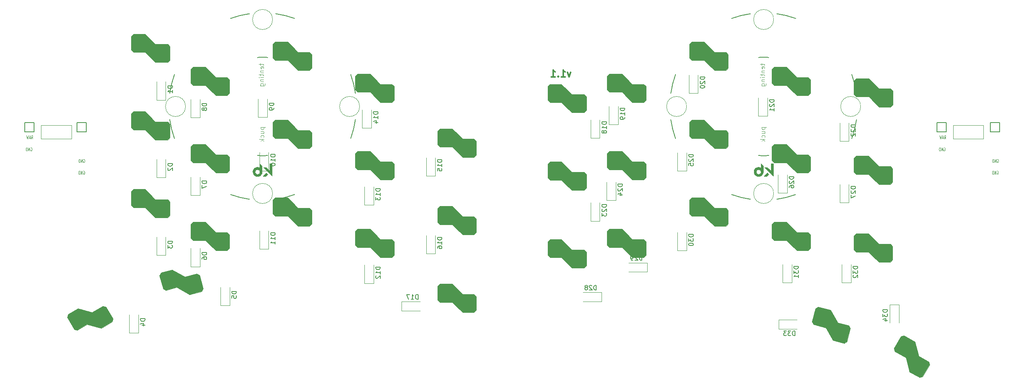
<source format=gbr>
%TF.GenerationSoftware,KiCad,Pcbnew,9.0.4*%
%TF.CreationDate,2025-08-28T00:25:30-07:00*%
%TF.ProjectId,sweepbling-lp__pcb,73776565-7062-46c6-996e-672d6c705f5f,rev?*%
%TF.SameCoordinates,Original*%
%TF.FileFunction,Legend,Bot*%
%TF.FilePolarity,Positive*%
%FSLAX46Y46*%
G04 Gerber Fmt 4.6, Leading zero omitted, Abs format (unit mm)*
G04 Created by KiCad (PCBNEW 9.0.4) date 2025-08-28 00:25:30*
%MOMM*%
%LPD*%
G01*
G04 APERTURE LIST*
%ADD10C,0.120000*%
%ADD11C,0.300000*%
%ADD12C,0.125000*%
%ADD13C,0.100000*%
%ADD14C,0.150000*%
%ADD15C,0.200000*%
%ADD16C,0.010000*%
G04 APERTURE END LIST*
D10*
X27178000Y-50419000D02*
X33909000Y-50419000D01*
X33909000Y-53340000D01*
X27178000Y-53340000D01*
X27178000Y-50419000D01*
X226822000Y-50419000D02*
X233426000Y-50419000D01*
X233426000Y-53340000D01*
X226822000Y-53340000D01*
X226822000Y-50419000D01*
D11*
X143112856Y-38794328D02*
X142755713Y-39794328D01*
X142755713Y-39794328D02*
X142398570Y-38794328D01*
X141041427Y-39794328D02*
X141898570Y-39794328D01*
X141469999Y-39794328D02*
X141469999Y-38294328D01*
X141469999Y-38294328D02*
X141612856Y-38508614D01*
X141612856Y-38508614D02*
X141755713Y-38651471D01*
X141755713Y-38651471D02*
X141898570Y-38722900D01*
X140398571Y-39651471D02*
X140327142Y-39722900D01*
X140327142Y-39722900D02*
X140398571Y-39794328D01*
X140398571Y-39794328D02*
X140469999Y-39722900D01*
X140469999Y-39722900D02*
X140398571Y-39651471D01*
X140398571Y-39651471D02*
X140398571Y-39794328D01*
X138898570Y-39794328D02*
X139755713Y-39794328D01*
X139327142Y-39794328D02*
X139327142Y-38294328D01*
X139327142Y-38294328D02*
X139469999Y-38508614D01*
X139469999Y-38508614D02*
X139612856Y-38651471D01*
X139612856Y-38651471D02*
X139755713Y-38722900D01*
D12*
X224788952Y-55310178D02*
X224836571Y-55274464D01*
X224836571Y-55274464D02*
X224908000Y-55274464D01*
X224908000Y-55274464D02*
X224979428Y-55310178D01*
X224979428Y-55310178D02*
X225027047Y-55381607D01*
X225027047Y-55381607D02*
X225050857Y-55453035D01*
X225050857Y-55453035D02*
X225074666Y-55595892D01*
X225074666Y-55595892D02*
X225074666Y-55703035D01*
X225074666Y-55703035D02*
X225050857Y-55845892D01*
X225050857Y-55845892D02*
X225027047Y-55917321D01*
X225027047Y-55917321D02*
X224979428Y-55988750D01*
X224979428Y-55988750D02*
X224908000Y-56024464D01*
X224908000Y-56024464D02*
X224860381Y-56024464D01*
X224860381Y-56024464D02*
X224788952Y-55988750D01*
X224788952Y-55988750D02*
X224765143Y-55953035D01*
X224765143Y-55953035D02*
X224765143Y-55703035D01*
X224765143Y-55703035D02*
X224860381Y-55703035D01*
X224550857Y-56024464D02*
X224550857Y-55274464D01*
X224550857Y-55274464D02*
X224265143Y-56024464D01*
X224265143Y-56024464D02*
X224265143Y-55274464D01*
X224027047Y-56024464D02*
X224027047Y-55274464D01*
X224027047Y-55274464D02*
X223907999Y-55274464D01*
X223907999Y-55274464D02*
X223836571Y-55310178D01*
X223836571Y-55310178D02*
X223788952Y-55381607D01*
X223788952Y-55381607D02*
X223765142Y-55453035D01*
X223765142Y-55453035D02*
X223741333Y-55595892D01*
X223741333Y-55595892D02*
X223741333Y-55703035D01*
X223741333Y-55703035D02*
X223765142Y-55845892D01*
X223765142Y-55845892D02*
X223788952Y-55917321D01*
X223788952Y-55917321D02*
X223836571Y-55988750D01*
X223836571Y-55988750D02*
X223907999Y-56024464D01*
X223907999Y-56024464D02*
X224027047Y-56024464D01*
X236418952Y-60420178D02*
X236466571Y-60384464D01*
X236466571Y-60384464D02*
X236538000Y-60384464D01*
X236538000Y-60384464D02*
X236609428Y-60420178D01*
X236609428Y-60420178D02*
X236657047Y-60491607D01*
X236657047Y-60491607D02*
X236680857Y-60563035D01*
X236680857Y-60563035D02*
X236704666Y-60705892D01*
X236704666Y-60705892D02*
X236704666Y-60813035D01*
X236704666Y-60813035D02*
X236680857Y-60955892D01*
X236680857Y-60955892D02*
X236657047Y-61027321D01*
X236657047Y-61027321D02*
X236609428Y-61098750D01*
X236609428Y-61098750D02*
X236538000Y-61134464D01*
X236538000Y-61134464D02*
X236490381Y-61134464D01*
X236490381Y-61134464D02*
X236418952Y-61098750D01*
X236418952Y-61098750D02*
X236395143Y-61063035D01*
X236395143Y-61063035D02*
X236395143Y-60813035D01*
X236395143Y-60813035D02*
X236490381Y-60813035D01*
X236180857Y-61134464D02*
X236180857Y-60384464D01*
X236180857Y-60384464D02*
X235895143Y-61134464D01*
X235895143Y-61134464D02*
X235895143Y-60384464D01*
X235657047Y-61134464D02*
X235657047Y-60384464D01*
X235657047Y-60384464D02*
X235537999Y-60384464D01*
X235537999Y-60384464D02*
X235466571Y-60420178D01*
X235466571Y-60420178D02*
X235418952Y-60491607D01*
X235418952Y-60491607D02*
X235395142Y-60563035D01*
X235395142Y-60563035D02*
X235371333Y-60705892D01*
X235371333Y-60705892D02*
X235371333Y-60813035D01*
X235371333Y-60813035D02*
X235395142Y-60955892D01*
X235395142Y-60955892D02*
X235418952Y-61027321D01*
X235418952Y-61027321D02*
X235466571Y-61098750D01*
X235466571Y-61098750D02*
X235537999Y-61134464D01*
X235537999Y-61134464D02*
X235657047Y-61134464D01*
X224883238Y-53384464D02*
X225049904Y-53027321D01*
X225168952Y-53384464D02*
X225168952Y-52634464D01*
X225168952Y-52634464D02*
X224978476Y-52634464D01*
X224978476Y-52634464D02*
X224930857Y-52670178D01*
X224930857Y-52670178D02*
X224907047Y-52705892D01*
X224907047Y-52705892D02*
X224883238Y-52777321D01*
X224883238Y-52777321D02*
X224883238Y-52884464D01*
X224883238Y-52884464D02*
X224907047Y-52955892D01*
X224907047Y-52955892D02*
X224930857Y-52991607D01*
X224930857Y-52991607D02*
X224978476Y-53027321D01*
X224978476Y-53027321D02*
X225168952Y-53027321D01*
X224692761Y-53170178D02*
X224454666Y-53170178D01*
X224740380Y-53384464D02*
X224573714Y-52634464D01*
X224573714Y-52634464D02*
X224407047Y-53384464D01*
X224288000Y-52634464D02*
X224168952Y-53384464D01*
X224168952Y-53384464D02*
X224073714Y-52848750D01*
X224073714Y-52848750D02*
X223978476Y-53384464D01*
X223978476Y-53384464D02*
X223859429Y-52634464D01*
X236438952Y-57840178D02*
X236486571Y-57804464D01*
X236486571Y-57804464D02*
X236558000Y-57804464D01*
X236558000Y-57804464D02*
X236629428Y-57840178D01*
X236629428Y-57840178D02*
X236677047Y-57911607D01*
X236677047Y-57911607D02*
X236700857Y-57983035D01*
X236700857Y-57983035D02*
X236724666Y-58125892D01*
X236724666Y-58125892D02*
X236724666Y-58233035D01*
X236724666Y-58233035D02*
X236700857Y-58375892D01*
X236700857Y-58375892D02*
X236677047Y-58447321D01*
X236677047Y-58447321D02*
X236629428Y-58518750D01*
X236629428Y-58518750D02*
X236558000Y-58554464D01*
X236558000Y-58554464D02*
X236510381Y-58554464D01*
X236510381Y-58554464D02*
X236438952Y-58518750D01*
X236438952Y-58518750D02*
X236415143Y-58483035D01*
X236415143Y-58483035D02*
X236415143Y-58233035D01*
X236415143Y-58233035D02*
X236510381Y-58233035D01*
X236200857Y-58554464D02*
X236200857Y-57804464D01*
X236200857Y-57804464D02*
X235915143Y-58554464D01*
X235915143Y-58554464D02*
X235915143Y-57804464D01*
X235677047Y-58554464D02*
X235677047Y-57804464D01*
X235677047Y-57804464D02*
X235557999Y-57804464D01*
X235557999Y-57804464D02*
X235486571Y-57840178D01*
X235486571Y-57840178D02*
X235438952Y-57911607D01*
X235438952Y-57911607D02*
X235415142Y-57983035D01*
X235415142Y-57983035D02*
X235391333Y-58125892D01*
X235391333Y-58125892D02*
X235391333Y-58233035D01*
X235391333Y-58233035D02*
X235415142Y-58375892D01*
X235415142Y-58375892D02*
X235438952Y-58447321D01*
X235438952Y-58447321D02*
X235486571Y-58518750D01*
X235486571Y-58518750D02*
X235557999Y-58554464D01*
X235557999Y-58554464D02*
X235677047Y-58554464D01*
D13*
X184956252Y-50814500D02*
X185956252Y-50814500D01*
X185003871Y-50814500D02*
X184956252Y-50909738D01*
X184956252Y-50909738D02*
X184956252Y-51100214D01*
X184956252Y-51100214D02*
X185003871Y-51195452D01*
X185003871Y-51195452D02*
X185051490Y-51243071D01*
X185051490Y-51243071D02*
X185146728Y-51290690D01*
X185146728Y-51290690D02*
X185432442Y-51290690D01*
X185432442Y-51290690D02*
X185527680Y-51243071D01*
X185527680Y-51243071D02*
X185575300Y-51195452D01*
X185575300Y-51195452D02*
X185622919Y-51100214D01*
X185622919Y-51100214D02*
X185622919Y-50909738D01*
X185622919Y-50909738D02*
X185575300Y-50814500D01*
X184956252Y-52147833D02*
X185622919Y-52147833D01*
X184956252Y-51719262D02*
X185480061Y-51719262D01*
X185480061Y-51719262D02*
X185575300Y-51766881D01*
X185575300Y-51766881D02*
X185622919Y-51862119D01*
X185622919Y-51862119D02*
X185622919Y-52004976D01*
X185622919Y-52004976D02*
X185575300Y-52100214D01*
X185575300Y-52100214D02*
X185527680Y-52147833D01*
X185575300Y-53052595D02*
X185622919Y-52957357D01*
X185622919Y-52957357D02*
X185622919Y-52766881D01*
X185622919Y-52766881D02*
X185575300Y-52671643D01*
X185575300Y-52671643D02*
X185527680Y-52624024D01*
X185527680Y-52624024D02*
X185432442Y-52576405D01*
X185432442Y-52576405D02*
X185146728Y-52576405D01*
X185146728Y-52576405D02*
X185051490Y-52624024D01*
X185051490Y-52624024D02*
X185003871Y-52671643D01*
X185003871Y-52671643D02*
X184956252Y-52766881D01*
X184956252Y-52766881D02*
X184956252Y-52957357D01*
X184956252Y-52957357D02*
X185003871Y-53052595D01*
X185622919Y-53481167D02*
X184622919Y-53481167D01*
X185241966Y-53576405D02*
X185622919Y-53862119D01*
X184956252Y-53862119D02*
X185337204Y-53481167D01*
X184892752Y-36860500D02*
X184892752Y-37241452D01*
X184559419Y-37003357D02*
X185416561Y-37003357D01*
X185416561Y-37003357D02*
X185511800Y-37050976D01*
X185511800Y-37050976D02*
X185559419Y-37146214D01*
X185559419Y-37146214D02*
X185559419Y-37241452D01*
X185511800Y-37955738D02*
X185559419Y-37860500D01*
X185559419Y-37860500D02*
X185559419Y-37670024D01*
X185559419Y-37670024D02*
X185511800Y-37574786D01*
X185511800Y-37574786D02*
X185416561Y-37527167D01*
X185416561Y-37527167D02*
X185035609Y-37527167D01*
X185035609Y-37527167D02*
X184940371Y-37574786D01*
X184940371Y-37574786D02*
X184892752Y-37670024D01*
X184892752Y-37670024D02*
X184892752Y-37860500D01*
X184892752Y-37860500D02*
X184940371Y-37955738D01*
X184940371Y-37955738D02*
X185035609Y-38003357D01*
X185035609Y-38003357D02*
X185130847Y-38003357D01*
X185130847Y-38003357D02*
X185226085Y-37527167D01*
X184892752Y-38431929D02*
X185559419Y-38431929D01*
X184987990Y-38431929D02*
X184940371Y-38479548D01*
X184940371Y-38479548D02*
X184892752Y-38574786D01*
X184892752Y-38574786D02*
X184892752Y-38717643D01*
X184892752Y-38717643D02*
X184940371Y-38812881D01*
X184940371Y-38812881D02*
X185035609Y-38860500D01*
X185035609Y-38860500D02*
X185559419Y-38860500D01*
X184892752Y-39193834D02*
X184892752Y-39574786D01*
X184559419Y-39336691D02*
X185416561Y-39336691D01*
X185416561Y-39336691D02*
X185511800Y-39384310D01*
X185511800Y-39384310D02*
X185559419Y-39479548D01*
X185559419Y-39479548D02*
X185559419Y-39574786D01*
X185559419Y-39908120D02*
X184892752Y-39908120D01*
X184559419Y-39908120D02*
X184607038Y-39860501D01*
X184607038Y-39860501D02*
X184654657Y-39908120D01*
X184654657Y-39908120D02*
X184607038Y-39955739D01*
X184607038Y-39955739D02*
X184559419Y-39908120D01*
X184559419Y-39908120D02*
X184654657Y-39908120D01*
X184892752Y-40384310D02*
X185559419Y-40384310D01*
X184987990Y-40384310D02*
X184940371Y-40431929D01*
X184940371Y-40431929D02*
X184892752Y-40527167D01*
X184892752Y-40527167D02*
X184892752Y-40670024D01*
X184892752Y-40670024D02*
X184940371Y-40765262D01*
X184940371Y-40765262D02*
X185035609Y-40812881D01*
X185035609Y-40812881D02*
X185559419Y-40812881D01*
X184892752Y-41717643D02*
X185702276Y-41717643D01*
X185702276Y-41717643D02*
X185797514Y-41670024D01*
X185797514Y-41670024D02*
X185845133Y-41622405D01*
X185845133Y-41622405D02*
X185892752Y-41527167D01*
X185892752Y-41527167D02*
X185892752Y-41384310D01*
X185892752Y-41384310D02*
X185845133Y-41289072D01*
X185511800Y-41717643D02*
X185559419Y-41622405D01*
X185559419Y-41622405D02*
X185559419Y-41431929D01*
X185559419Y-41431929D02*
X185511800Y-41336691D01*
X185511800Y-41336691D02*
X185464180Y-41289072D01*
X185464180Y-41289072D02*
X185368942Y-41241453D01*
X185368942Y-41241453D02*
X185083228Y-41241453D01*
X185083228Y-41241453D02*
X184987990Y-41289072D01*
X184987990Y-41289072D02*
X184940371Y-41336691D01*
X184940371Y-41336691D02*
X184892752Y-41431929D01*
X184892752Y-41431929D02*
X184892752Y-41622405D01*
X184892752Y-41622405D02*
X184940371Y-41717643D01*
D12*
X36468952Y-57840178D02*
X36516571Y-57804464D01*
X36516571Y-57804464D02*
X36588000Y-57804464D01*
X36588000Y-57804464D02*
X36659428Y-57840178D01*
X36659428Y-57840178D02*
X36707047Y-57911607D01*
X36707047Y-57911607D02*
X36730857Y-57983035D01*
X36730857Y-57983035D02*
X36754666Y-58125892D01*
X36754666Y-58125892D02*
X36754666Y-58233035D01*
X36754666Y-58233035D02*
X36730857Y-58375892D01*
X36730857Y-58375892D02*
X36707047Y-58447321D01*
X36707047Y-58447321D02*
X36659428Y-58518750D01*
X36659428Y-58518750D02*
X36588000Y-58554464D01*
X36588000Y-58554464D02*
X36540381Y-58554464D01*
X36540381Y-58554464D02*
X36468952Y-58518750D01*
X36468952Y-58518750D02*
X36445143Y-58483035D01*
X36445143Y-58483035D02*
X36445143Y-58233035D01*
X36445143Y-58233035D02*
X36540381Y-58233035D01*
X36230857Y-58554464D02*
X36230857Y-57804464D01*
X36230857Y-57804464D02*
X35945143Y-58554464D01*
X35945143Y-58554464D02*
X35945143Y-57804464D01*
X35707047Y-58554464D02*
X35707047Y-57804464D01*
X35707047Y-57804464D02*
X35587999Y-57804464D01*
X35587999Y-57804464D02*
X35516571Y-57840178D01*
X35516571Y-57840178D02*
X35468952Y-57911607D01*
X35468952Y-57911607D02*
X35445142Y-57983035D01*
X35445142Y-57983035D02*
X35421333Y-58125892D01*
X35421333Y-58125892D02*
X35421333Y-58233035D01*
X35421333Y-58233035D02*
X35445142Y-58375892D01*
X35445142Y-58375892D02*
X35468952Y-58447321D01*
X35468952Y-58447321D02*
X35516571Y-58518750D01*
X35516571Y-58518750D02*
X35587999Y-58554464D01*
X35587999Y-58554464D02*
X35707047Y-58554464D01*
X36448952Y-60420178D02*
X36496571Y-60384464D01*
X36496571Y-60384464D02*
X36568000Y-60384464D01*
X36568000Y-60384464D02*
X36639428Y-60420178D01*
X36639428Y-60420178D02*
X36687047Y-60491607D01*
X36687047Y-60491607D02*
X36710857Y-60563035D01*
X36710857Y-60563035D02*
X36734666Y-60705892D01*
X36734666Y-60705892D02*
X36734666Y-60813035D01*
X36734666Y-60813035D02*
X36710857Y-60955892D01*
X36710857Y-60955892D02*
X36687047Y-61027321D01*
X36687047Y-61027321D02*
X36639428Y-61098750D01*
X36639428Y-61098750D02*
X36568000Y-61134464D01*
X36568000Y-61134464D02*
X36520381Y-61134464D01*
X36520381Y-61134464D02*
X36448952Y-61098750D01*
X36448952Y-61098750D02*
X36425143Y-61063035D01*
X36425143Y-61063035D02*
X36425143Y-60813035D01*
X36425143Y-60813035D02*
X36520381Y-60813035D01*
X36210857Y-61134464D02*
X36210857Y-60384464D01*
X36210857Y-60384464D02*
X35925143Y-61134464D01*
X35925143Y-61134464D02*
X35925143Y-60384464D01*
X35687047Y-61134464D02*
X35687047Y-60384464D01*
X35687047Y-60384464D02*
X35567999Y-60384464D01*
X35567999Y-60384464D02*
X35496571Y-60420178D01*
X35496571Y-60420178D02*
X35448952Y-60491607D01*
X35448952Y-60491607D02*
X35425142Y-60563035D01*
X35425142Y-60563035D02*
X35401333Y-60705892D01*
X35401333Y-60705892D02*
X35401333Y-60813035D01*
X35401333Y-60813035D02*
X35425142Y-60955892D01*
X35425142Y-60955892D02*
X35448952Y-61027321D01*
X35448952Y-61027321D02*
X35496571Y-61098750D01*
X35496571Y-61098750D02*
X35567999Y-61134464D01*
X35567999Y-61134464D02*
X35687047Y-61134464D01*
X24936952Y-55310178D02*
X24984571Y-55274464D01*
X24984571Y-55274464D02*
X25056000Y-55274464D01*
X25056000Y-55274464D02*
X25127428Y-55310178D01*
X25127428Y-55310178D02*
X25175047Y-55381607D01*
X25175047Y-55381607D02*
X25198857Y-55453035D01*
X25198857Y-55453035D02*
X25222666Y-55595892D01*
X25222666Y-55595892D02*
X25222666Y-55703035D01*
X25222666Y-55703035D02*
X25198857Y-55845892D01*
X25198857Y-55845892D02*
X25175047Y-55917321D01*
X25175047Y-55917321D02*
X25127428Y-55988750D01*
X25127428Y-55988750D02*
X25056000Y-56024464D01*
X25056000Y-56024464D02*
X25008381Y-56024464D01*
X25008381Y-56024464D02*
X24936952Y-55988750D01*
X24936952Y-55988750D02*
X24913143Y-55953035D01*
X24913143Y-55953035D02*
X24913143Y-55703035D01*
X24913143Y-55703035D02*
X25008381Y-55703035D01*
X24698857Y-56024464D02*
X24698857Y-55274464D01*
X24698857Y-55274464D02*
X24413143Y-56024464D01*
X24413143Y-56024464D02*
X24413143Y-55274464D01*
X24175047Y-56024464D02*
X24175047Y-55274464D01*
X24175047Y-55274464D02*
X24055999Y-55274464D01*
X24055999Y-55274464D02*
X23984571Y-55310178D01*
X23984571Y-55310178D02*
X23936952Y-55381607D01*
X23936952Y-55381607D02*
X23913142Y-55453035D01*
X23913142Y-55453035D02*
X23889333Y-55595892D01*
X23889333Y-55595892D02*
X23889333Y-55703035D01*
X23889333Y-55703035D02*
X23913142Y-55845892D01*
X23913142Y-55845892D02*
X23936952Y-55917321D01*
X23936952Y-55917321D02*
X23984571Y-55988750D01*
X23984571Y-55988750D02*
X24055999Y-56024464D01*
X24055999Y-56024464D02*
X24175047Y-56024464D01*
X25031238Y-53384464D02*
X25197904Y-53027321D01*
X25316952Y-53384464D02*
X25316952Y-52634464D01*
X25316952Y-52634464D02*
X25126476Y-52634464D01*
X25126476Y-52634464D02*
X25078857Y-52670178D01*
X25078857Y-52670178D02*
X25055047Y-52705892D01*
X25055047Y-52705892D02*
X25031238Y-52777321D01*
X25031238Y-52777321D02*
X25031238Y-52884464D01*
X25031238Y-52884464D02*
X25055047Y-52955892D01*
X25055047Y-52955892D02*
X25078857Y-52991607D01*
X25078857Y-52991607D02*
X25126476Y-53027321D01*
X25126476Y-53027321D02*
X25316952Y-53027321D01*
X24840761Y-53170178D02*
X24602666Y-53170178D01*
X24888380Y-53384464D02*
X24721714Y-52634464D01*
X24721714Y-52634464D02*
X24555047Y-53384464D01*
X24436000Y-52634464D02*
X24316952Y-53384464D01*
X24316952Y-53384464D02*
X24221714Y-52848750D01*
X24221714Y-52848750D02*
X24126476Y-53384464D01*
X24126476Y-53384464D02*
X24007429Y-52634464D01*
D13*
X75292252Y-50814500D02*
X76292252Y-50814500D01*
X75339871Y-50814500D02*
X75292252Y-50909738D01*
X75292252Y-50909738D02*
X75292252Y-51100214D01*
X75292252Y-51100214D02*
X75339871Y-51195452D01*
X75339871Y-51195452D02*
X75387490Y-51243071D01*
X75387490Y-51243071D02*
X75482728Y-51290690D01*
X75482728Y-51290690D02*
X75768442Y-51290690D01*
X75768442Y-51290690D02*
X75863680Y-51243071D01*
X75863680Y-51243071D02*
X75911300Y-51195452D01*
X75911300Y-51195452D02*
X75958919Y-51100214D01*
X75958919Y-51100214D02*
X75958919Y-50909738D01*
X75958919Y-50909738D02*
X75911300Y-50814500D01*
X75292252Y-52147833D02*
X75958919Y-52147833D01*
X75292252Y-51719262D02*
X75816061Y-51719262D01*
X75816061Y-51719262D02*
X75911300Y-51766881D01*
X75911300Y-51766881D02*
X75958919Y-51862119D01*
X75958919Y-51862119D02*
X75958919Y-52004976D01*
X75958919Y-52004976D02*
X75911300Y-52100214D01*
X75911300Y-52100214D02*
X75863680Y-52147833D01*
X75911300Y-53052595D02*
X75958919Y-52957357D01*
X75958919Y-52957357D02*
X75958919Y-52766881D01*
X75958919Y-52766881D02*
X75911300Y-52671643D01*
X75911300Y-52671643D02*
X75863680Y-52624024D01*
X75863680Y-52624024D02*
X75768442Y-52576405D01*
X75768442Y-52576405D02*
X75482728Y-52576405D01*
X75482728Y-52576405D02*
X75387490Y-52624024D01*
X75387490Y-52624024D02*
X75339871Y-52671643D01*
X75339871Y-52671643D02*
X75292252Y-52766881D01*
X75292252Y-52766881D02*
X75292252Y-52957357D01*
X75292252Y-52957357D02*
X75339871Y-53052595D01*
X75958919Y-53481167D02*
X74958919Y-53481167D01*
X75577966Y-53576405D02*
X75958919Y-53862119D01*
X75292252Y-53862119D02*
X75673204Y-53481167D01*
X75228752Y-36860500D02*
X75228752Y-37241452D01*
X74895419Y-37003357D02*
X75752561Y-37003357D01*
X75752561Y-37003357D02*
X75847800Y-37050976D01*
X75847800Y-37050976D02*
X75895419Y-37146214D01*
X75895419Y-37146214D02*
X75895419Y-37241452D01*
X75847800Y-37955738D02*
X75895419Y-37860500D01*
X75895419Y-37860500D02*
X75895419Y-37670024D01*
X75895419Y-37670024D02*
X75847800Y-37574786D01*
X75847800Y-37574786D02*
X75752561Y-37527167D01*
X75752561Y-37527167D02*
X75371609Y-37527167D01*
X75371609Y-37527167D02*
X75276371Y-37574786D01*
X75276371Y-37574786D02*
X75228752Y-37670024D01*
X75228752Y-37670024D02*
X75228752Y-37860500D01*
X75228752Y-37860500D02*
X75276371Y-37955738D01*
X75276371Y-37955738D02*
X75371609Y-38003357D01*
X75371609Y-38003357D02*
X75466847Y-38003357D01*
X75466847Y-38003357D02*
X75562085Y-37527167D01*
X75228752Y-38431929D02*
X75895419Y-38431929D01*
X75323990Y-38431929D02*
X75276371Y-38479548D01*
X75276371Y-38479548D02*
X75228752Y-38574786D01*
X75228752Y-38574786D02*
X75228752Y-38717643D01*
X75228752Y-38717643D02*
X75276371Y-38812881D01*
X75276371Y-38812881D02*
X75371609Y-38860500D01*
X75371609Y-38860500D02*
X75895419Y-38860500D01*
X75228752Y-39193834D02*
X75228752Y-39574786D01*
X74895419Y-39336691D02*
X75752561Y-39336691D01*
X75752561Y-39336691D02*
X75847800Y-39384310D01*
X75847800Y-39384310D02*
X75895419Y-39479548D01*
X75895419Y-39479548D02*
X75895419Y-39574786D01*
X75895419Y-39908120D02*
X75228752Y-39908120D01*
X74895419Y-39908120D02*
X74943038Y-39860501D01*
X74943038Y-39860501D02*
X74990657Y-39908120D01*
X74990657Y-39908120D02*
X74943038Y-39955739D01*
X74943038Y-39955739D02*
X74895419Y-39908120D01*
X74895419Y-39908120D02*
X74990657Y-39908120D01*
X75228752Y-40384310D02*
X75895419Y-40384310D01*
X75323990Y-40384310D02*
X75276371Y-40431929D01*
X75276371Y-40431929D02*
X75228752Y-40527167D01*
X75228752Y-40527167D02*
X75228752Y-40670024D01*
X75228752Y-40670024D02*
X75276371Y-40765262D01*
X75276371Y-40765262D02*
X75371609Y-40812881D01*
X75371609Y-40812881D02*
X75895419Y-40812881D01*
X75228752Y-41717643D02*
X76038276Y-41717643D01*
X76038276Y-41717643D02*
X76133514Y-41670024D01*
X76133514Y-41670024D02*
X76181133Y-41622405D01*
X76181133Y-41622405D02*
X76228752Y-41527167D01*
X76228752Y-41527167D02*
X76228752Y-41384310D01*
X76228752Y-41384310D02*
X76181133Y-41289072D01*
X75847800Y-41717643D02*
X75895419Y-41622405D01*
X75895419Y-41622405D02*
X75895419Y-41431929D01*
X75895419Y-41431929D02*
X75847800Y-41336691D01*
X75847800Y-41336691D02*
X75800180Y-41289072D01*
X75800180Y-41289072D02*
X75704942Y-41241453D01*
X75704942Y-41241453D02*
X75419228Y-41241453D01*
X75419228Y-41241453D02*
X75323990Y-41289072D01*
X75323990Y-41289072D02*
X75276371Y-41336691D01*
X75276371Y-41336691D02*
X75228752Y-41431929D01*
X75228752Y-41431929D02*
X75228752Y-41622405D01*
X75228752Y-41622405D02*
X75276371Y-41717643D01*
D14*
X78454819Y-56785714D02*
X77454819Y-56785714D01*
X77454819Y-56785714D02*
X77454819Y-57023809D01*
X77454819Y-57023809D02*
X77502438Y-57166666D01*
X77502438Y-57166666D02*
X77597676Y-57261904D01*
X77597676Y-57261904D02*
X77692914Y-57309523D01*
X77692914Y-57309523D02*
X77883390Y-57357142D01*
X77883390Y-57357142D02*
X78026247Y-57357142D01*
X78026247Y-57357142D02*
X78216723Y-57309523D01*
X78216723Y-57309523D02*
X78311961Y-57261904D01*
X78311961Y-57261904D02*
X78407200Y-57166666D01*
X78407200Y-57166666D02*
X78454819Y-57023809D01*
X78454819Y-57023809D02*
X78454819Y-56785714D01*
X78454819Y-58309523D02*
X78454819Y-57738095D01*
X78454819Y-58023809D02*
X77454819Y-58023809D01*
X77454819Y-58023809D02*
X77597676Y-57928571D01*
X77597676Y-57928571D02*
X77692914Y-57833333D01*
X77692914Y-57833333D02*
X77740533Y-57738095D01*
X77454819Y-58928571D02*
X77454819Y-59023809D01*
X77454819Y-59023809D02*
X77502438Y-59119047D01*
X77502438Y-59119047D02*
X77550057Y-59166666D01*
X77550057Y-59166666D02*
X77645295Y-59214285D01*
X77645295Y-59214285D02*
X77835771Y-59261904D01*
X77835771Y-59261904D02*
X78073866Y-59261904D01*
X78073866Y-59261904D02*
X78264342Y-59214285D01*
X78264342Y-59214285D02*
X78359580Y-59166666D01*
X78359580Y-59166666D02*
X78407200Y-59119047D01*
X78407200Y-59119047D02*
X78454819Y-59023809D01*
X78454819Y-59023809D02*
X78454819Y-58928571D01*
X78454819Y-58928571D02*
X78407200Y-58833333D01*
X78407200Y-58833333D02*
X78359580Y-58785714D01*
X78359580Y-58785714D02*
X78264342Y-58738095D01*
X78264342Y-58738095D02*
X78073866Y-58690476D01*
X78073866Y-58690476D02*
X77835771Y-58690476D01*
X77835771Y-58690476D02*
X77645295Y-58738095D01*
X77645295Y-58738095D02*
X77550057Y-58785714D01*
X77550057Y-58785714D02*
X77502438Y-58833333D01*
X77502438Y-58833333D02*
X77454819Y-58928571D01*
X109714285Y-88454819D02*
X109714285Y-87454819D01*
X109714285Y-87454819D02*
X109476190Y-87454819D01*
X109476190Y-87454819D02*
X109333333Y-87502438D01*
X109333333Y-87502438D02*
X109238095Y-87597676D01*
X109238095Y-87597676D02*
X109190476Y-87692914D01*
X109190476Y-87692914D02*
X109142857Y-87883390D01*
X109142857Y-87883390D02*
X109142857Y-88026247D01*
X109142857Y-88026247D02*
X109190476Y-88216723D01*
X109190476Y-88216723D02*
X109238095Y-88311961D01*
X109238095Y-88311961D02*
X109333333Y-88407200D01*
X109333333Y-88407200D02*
X109476190Y-88454819D01*
X109476190Y-88454819D02*
X109714285Y-88454819D01*
X108190476Y-88454819D02*
X108761904Y-88454819D01*
X108476190Y-88454819D02*
X108476190Y-87454819D01*
X108476190Y-87454819D02*
X108571428Y-87597676D01*
X108571428Y-87597676D02*
X108666666Y-87692914D01*
X108666666Y-87692914D02*
X108761904Y-87740533D01*
X107857142Y-87454819D02*
X107190476Y-87454819D01*
X107190476Y-87454819D02*
X107619047Y-88454819D01*
X63454819Y-62611905D02*
X62454819Y-62611905D01*
X62454819Y-62611905D02*
X62454819Y-62850000D01*
X62454819Y-62850000D02*
X62502438Y-62992857D01*
X62502438Y-62992857D02*
X62597676Y-63088095D01*
X62597676Y-63088095D02*
X62692914Y-63135714D01*
X62692914Y-63135714D02*
X62883390Y-63183333D01*
X62883390Y-63183333D02*
X63026247Y-63183333D01*
X63026247Y-63183333D02*
X63216723Y-63135714D01*
X63216723Y-63135714D02*
X63311961Y-63088095D01*
X63311961Y-63088095D02*
X63407200Y-62992857D01*
X63407200Y-62992857D02*
X63454819Y-62850000D01*
X63454819Y-62850000D02*
X63454819Y-62611905D01*
X62454819Y-63516667D02*
X62454819Y-64183333D01*
X62454819Y-64183333D02*
X63454819Y-63754762D01*
X101454819Y-81435714D02*
X100454819Y-81435714D01*
X100454819Y-81435714D02*
X100454819Y-81673809D01*
X100454819Y-81673809D02*
X100502438Y-81816666D01*
X100502438Y-81816666D02*
X100597676Y-81911904D01*
X100597676Y-81911904D02*
X100692914Y-81959523D01*
X100692914Y-81959523D02*
X100883390Y-82007142D01*
X100883390Y-82007142D02*
X101026247Y-82007142D01*
X101026247Y-82007142D02*
X101216723Y-81959523D01*
X101216723Y-81959523D02*
X101311961Y-81911904D01*
X101311961Y-81911904D02*
X101407200Y-81816666D01*
X101407200Y-81816666D02*
X101454819Y-81673809D01*
X101454819Y-81673809D02*
X101454819Y-81435714D01*
X101454819Y-82959523D02*
X101454819Y-82388095D01*
X101454819Y-82673809D02*
X100454819Y-82673809D01*
X100454819Y-82673809D02*
X100597676Y-82578571D01*
X100597676Y-82578571D02*
X100692914Y-82483333D01*
X100692914Y-82483333D02*
X100740533Y-82388095D01*
X100550057Y-83340476D02*
X100502438Y-83388095D01*
X100502438Y-83388095D02*
X100454819Y-83483333D01*
X100454819Y-83483333D02*
X100454819Y-83721428D01*
X100454819Y-83721428D02*
X100502438Y-83816666D01*
X100502438Y-83816666D02*
X100550057Y-83864285D01*
X100550057Y-83864285D02*
X100645295Y-83911904D01*
X100645295Y-83911904D02*
X100740533Y-83911904D01*
X100740533Y-83911904D02*
X100883390Y-83864285D01*
X100883390Y-83864285D02*
X101454819Y-83292857D01*
X101454819Y-83292857D02*
X101454819Y-83911904D01*
X101454819Y-64285714D02*
X100454819Y-64285714D01*
X100454819Y-64285714D02*
X100454819Y-64523809D01*
X100454819Y-64523809D02*
X100502438Y-64666666D01*
X100502438Y-64666666D02*
X100597676Y-64761904D01*
X100597676Y-64761904D02*
X100692914Y-64809523D01*
X100692914Y-64809523D02*
X100883390Y-64857142D01*
X100883390Y-64857142D02*
X101026247Y-64857142D01*
X101026247Y-64857142D02*
X101216723Y-64809523D01*
X101216723Y-64809523D02*
X101311961Y-64761904D01*
X101311961Y-64761904D02*
X101407200Y-64666666D01*
X101407200Y-64666666D02*
X101454819Y-64523809D01*
X101454819Y-64523809D02*
X101454819Y-64285714D01*
X101454819Y-65809523D02*
X101454819Y-65238095D01*
X101454819Y-65523809D02*
X100454819Y-65523809D01*
X100454819Y-65523809D02*
X100597676Y-65428571D01*
X100597676Y-65428571D02*
X100692914Y-65333333D01*
X100692914Y-65333333D02*
X100740533Y-65238095D01*
X100454819Y-66142857D02*
X100454819Y-66761904D01*
X100454819Y-66761904D02*
X100835771Y-66428571D01*
X100835771Y-66428571D02*
X100835771Y-66571428D01*
X100835771Y-66571428D02*
X100883390Y-66666666D01*
X100883390Y-66666666D02*
X100931009Y-66714285D01*
X100931009Y-66714285D02*
X101026247Y-66761904D01*
X101026247Y-66761904D02*
X101264342Y-66761904D01*
X101264342Y-66761904D02*
X101359580Y-66714285D01*
X101359580Y-66714285D02*
X101407200Y-66666666D01*
X101407200Y-66666666D02*
X101454819Y-66571428D01*
X101454819Y-66571428D02*
X101454819Y-66285714D01*
X101454819Y-66285714D02*
X101407200Y-66190476D01*
X101407200Y-66190476D02*
X101359580Y-66142857D01*
X212454819Y-90785714D02*
X211454819Y-90785714D01*
X211454819Y-90785714D02*
X211454819Y-91023809D01*
X211454819Y-91023809D02*
X211502438Y-91166666D01*
X211502438Y-91166666D02*
X211597676Y-91261904D01*
X211597676Y-91261904D02*
X211692914Y-91309523D01*
X211692914Y-91309523D02*
X211883390Y-91357142D01*
X211883390Y-91357142D02*
X212026247Y-91357142D01*
X212026247Y-91357142D02*
X212216723Y-91309523D01*
X212216723Y-91309523D02*
X212311961Y-91261904D01*
X212311961Y-91261904D02*
X212407200Y-91166666D01*
X212407200Y-91166666D02*
X212454819Y-91023809D01*
X212454819Y-91023809D02*
X212454819Y-90785714D01*
X211454819Y-91690476D02*
X211454819Y-92309523D01*
X211454819Y-92309523D02*
X211835771Y-91976190D01*
X211835771Y-91976190D02*
X211835771Y-92119047D01*
X211835771Y-92119047D02*
X211883390Y-92214285D01*
X211883390Y-92214285D02*
X211931009Y-92261904D01*
X211931009Y-92261904D02*
X212026247Y-92309523D01*
X212026247Y-92309523D02*
X212264342Y-92309523D01*
X212264342Y-92309523D02*
X212359580Y-92261904D01*
X212359580Y-92261904D02*
X212407200Y-92214285D01*
X212407200Y-92214285D02*
X212454819Y-92119047D01*
X212454819Y-92119047D02*
X212454819Y-91833333D01*
X212454819Y-91833333D02*
X212407200Y-91738095D01*
X212407200Y-91738095D02*
X212359580Y-91690476D01*
X211788152Y-93166666D02*
X212454819Y-93166666D01*
X211407200Y-92928571D02*
X212121485Y-92690476D01*
X212121485Y-92690476D02*
X212121485Y-93309523D01*
X154954819Y-46641714D02*
X153954819Y-46641714D01*
X153954819Y-46641714D02*
X153954819Y-46879809D01*
X153954819Y-46879809D02*
X154002438Y-47022666D01*
X154002438Y-47022666D02*
X154097676Y-47117904D01*
X154097676Y-47117904D02*
X154192914Y-47165523D01*
X154192914Y-47165523D02*
X154383390Y-47213142D01*
X154383390Y-47213142D02*
X154526247Y-47213142D01*
X154526247Y-47213142D02*
X154716723Y-47165523D01*
X154716723Y-47165523D02*
X154811961Y-47117904D01*
X154811961Y-47117904D02*
X154907200Y-47022666D01*
X154907200Y-47022666D02*
X154954819Y-46879809D01*
X154954819Y-46879809D02*
X154954819Y-46641714D01*
X154954819Y-48165523D02*
X154954819Y-47594095D01*
X154954819Y-47879809D02*
X153954819Y-47879809D01*
X153954819Y-47879809D02*
X154097676Y-47784571D01*
X154097676Y-47784571D02*
X154192914Y-47689333D01*
X154192914Y-47689333D02*
X154240533Y-47594095D01*
X154954819Y-48641714D02*
X154954819Y-48832190D01*
X154954819Y-48832190D02*
X154907200Y-48927428D01*
X154907200Y-48927428D02*
X154859580Y-48975047D01*
X154859580Y-48975047D02*
X154716723Y-49070285D01*
X154716723Y-49070285D02*
X154526247Y-49117904D01*
X154526247Y-49117904D02*
X154145295Y-49117904D01*
X154145295Y-49117904D02*
X154050057Y-49070285D01*
X154050057Y-49070285D02*
X154002438Y-49022666D01*
X154002438Y-49022666D02*
X153954819Y-48927428D01*
X153954819Y-48927428D02*
X153954819Y-48736952D01*
X153954819Y-48736952D02*
X154002438Y-48641714D01*
X154002438Y-48641714D02*
X154050057Y-48594095D01*
X154050057Y-48594095D02*
X154145295Y-48546476D01*
X154145295Y-48546476D02*
X154383390Y-48546476D01*
X154383390Y-48546476D02*
X154478628Y-48594095D01*
X154478628Y-48594095D02*
X154526247Y-48641714D01*
X154526247Y-48641714D02*
X154573866Y-48736952D01*
X154573866Y-48736952D02*
X154573866Y-48927428D01*
X154573866Y-48927428D02*
X154526247Y-49022666D01*
X154526247Y-49022666D02*
X154478628Y-49070285D01*
X154478628Y-49070285D02*
X154383390Y-49117904D01*
X172454819Y-39783714D02*
X171454819Y-39783714D01*
X171454819Y-39783714D02*
X171454819Y-40021809D01*
X171454819Y-40021809D02*
X171502438Y-40164666D01*
X171502438Y-40164666D02*
X171597676Y-40259904D01*
X171597676Y-40259904D02*
X171692914Y-40307523D01*
X171692914Y-40307523D02*
X171883390Y-40355142D01*
X171883390Y-40355142D02*
X172026247Y-40355142D01*
X172026247Y-40355142D02*
X172216723Y-40307523D01*
X172216723Y-40307523D02*
X172311961Y-40259904D01*
X172311961Y-40259904D02*
X172407200Y-40164666D01*
X172407200Y-40164666D02*
X172454819Y-40021809D01*
X172454819Y-40021809D02*
X172454819Y-39783714D01*
X171550057Y-40736095D02*
X171502438Y-40783714D01*
X171502438Y-40783714D02*
X171454819Y-40878952D01*
X171454819Y-40878952D02*
X171454819Y-41117047D01*
X171454819Y-41117047D02*
X171502438Y-41212285D01*
X171502438Y-41212285D02*
X171550057Y-41259904D01*
X171550057Y-41259904D02*
X171645295Y-41307523D01*
X171645295Y-41307523D02*
X171740533Y-41307523D01*
X171740533Y-41307523D02*
X171883390Y-41259904D01*
X171883390Y-41259904D02*
X172454819Y-40688476D01*
X172454819Y-40688476D02*
X172454819Y-41307523D01*
X171454819Y-41926571D02*
X171454819Y-42021809D01*
X171454819Y-42021809D02*
X171502438Y-42117047D01*
X171502438Y-42117047D02*
X171550057Y-42164666D01*
X171550057Y-42164666D02*
X171645295Y-42212285D01*
X171645295Y-42212285D02*
X171835771Y-42259904D01*
X171835771Y-42259904D02*
X172073866Y-42259904D01*
X172073866Y-42259904D02*
X172264342Y-42212285D01*
X172264342Y-42212285D02*
X172359580Y-42164666D01*
X172359580Y-42164666D02*
X172407200Y-42117047D01*
X172407200Y-42117047D02*
X172454819Y-42021809D01*
X172454819Y-42021809D02*
X172454819Y-41926571D01*
X172454819Y-41926571D02*
X172407200Y-41831333D01*
X172407200Y-41831333D02*
X172359580Y-41783714D01*
X172359580Y-41783714D02*
X172264342Y-41736095D01*
X172264342Y-41736095D02*
X172073866Y-41688476D01*
X172073866Y-41688476D02*
X171835771Y-41688476D01*
X171835771Y-41688476D02*
X171645295Y-41736095D01*
X171645295Y-41736095D02*
X171550057Y-41783714D01*
X171550057Y-41783714D02*
X171502438Y-41831333D01*
X171502438Y-41831333D02*
X171454819Y-41926571D01*
X69954819Y-86761905D02*
X68954819Y-86761905D01*
X68954819Y-86761905D02*
X68954819Y-87000000D01*
X68954819Y-87000000D02*
X69002438Y-87142857D01*
X69002438Y-87142857D02*
X69097676Y-87238095D01*
X69097676Y-87238095D02*
X69192914Y-87285714D01*
X69192914Y-87285714D02*
X69383390Y-87333333D01*
X69383390Y-87333333D02*
X69526247Y-87333333D01*
X69526247Y-87333333D02*
X69716723Y-87285714D01*
X69716723Y-87285714D02*
X69811961Y-87238095D01*
X69811961Y-87238095D02*
X69907200Y-87142857D01*
X69907200Y-87142857D02*
X69954819Y-87000000D01*
X69954819Y-87000000D02*
X69954819Y-86761905D01*
X68954819Y-88238095D02*
X68954819Y-87761905D01*
X68954819Y-87761905D02*
X69431009Y-87714286D01*
X69431009Y-87714286D02*
X69383390Y-87761905D01*
X69383390Y-87761905D02*
X69335771Y-87857143D01*
X69335771Y-87857143D02*
X69335771Y-88095238D01*
X69335771Y-88095238D02*
X69383390Y-88190476D01*
X69383390Y-88190476D02*
X69431009Y-88238095D01*
X69431009Y-88238095D02*
X69526247Y-88285714D01*
X69526247Y-88285714D02*
X69764342Y-88285714D01*
X69764342Y-88285714D02*
X69859580Y-88238095D01*
X69859580Y-88238095D02*
X69907200Y-88190476D01*
X69907200Y-88190476D02*
X69954819Y-88095238D01*
X69954819Y-88095238D02*
X69954819Y-87857143D01*
X69954819Y-87857143D02*
X69907200Y-87761905D01*
X69907200Y-87761905D02*
X69859580Y-87714286D01*
X63454819Y-45611905D02*
X62454819Y-45611905D01*
X62454819Y-45611905D02*
X62454819Y-45850000D01*
X62454819Y-45850000D02*
X62502438Y-45992857D01*
X62502438Y-45992857D02*
X62597676Y-46088095D01*
X62597676Y-46088095D02*
X62692914Y-46135714D01*
X62692914Y-46135714D02*
X62883390Y-46183333D01*
X62883390Y-46183333D02*
X63026247Y-46183333D01*
X63026247Y-46183333D02*
X63216723Y-46135714D01*
X63216723Y-46135714D02*
X63311961Y-46088095D01*
X63311961Y-46088095D02*
X63407200Y-45992857D01*
X63407200Y-45992857D02*
X63454819Y-45850000D01*
X63454819Y-45850000D02*
X63454819Y-45611905D01*
X62883390Y-46754762D02*
X62835771Y-46659524D01*
X62835771Y-46659524D02*
X62788152Y-46611905D01*
X62788152Y-46611905D02*
X62692914Y-46564286D01*
X62692914Y-46564286D02*
X62645295Y-46564286D01*
X62645295Y-46564286D02*
X62550057Y-46611905D01*
X62550057Y-46611905D02*
X62502438Y-46659524D01*
X62502438Y-46659524D02*
X62454819Y-46754762D01*
X62454819Y-46754762D02*
X62454819Y-46945238D01*
X62454819Y-46945238D02*
X62502438Y-47040476D01*
X62502438Y-47040476D02*
X62550057Y-47088095D01*
X62550057Y-47088095D02*
X62645295Y-47135714D01*
X62645295Y-47135714D02*
X62692914Y-47135714D01*
X62692914Y-47135714D02*
X62788152Y-47088095D01*
X62788152Y-47088095D02*
X62835771Y-47040476D01*
X62835771Y-47040476D02*
X62883390Y-46945238D01*
X62883390Y-46945238D02*
X62883390Y-46754762D01*
X62883390Y-46754762D02*
X62931009Y-46659524D01*
X62931009Y-46659524D02*
X62978628Y-46611905D01*
X62978628Y-46611905D02*
X63073866Y-46564286D01*
X63073866Y-46564286D02*
X63264342Y-46564286D01*
X63264342Y-46564286D02*
X63359580Y-46611905D01*
X63359580Y-46611905D02*
X63407200Y-46659524D01*
X63407200Y-46659524D02*
X63454819Y-46754762D01*
X63454819Y-46754762D02*
X63454819Y-46945238D01*
X63454819Y-46945238D02*
X63407200Y-47040476D01*
X63407200Y-47040476D02*
X63359580Y-47088095D01*
X63359580Y-47088095D02*
X63264342Y-47135714D01*
X63264342Y-47135714D02*
X63073866Y-47135714D01*
X63073866Y-47135714D02*
X62978628Y-47088095D01*
X62978628Y-47088095D02*
X62931009Y-47040476D01*
X62931009Y-47040476D02*
X62883390Y-46945238D01*
X150954819Y-49635714D02*
X149954819Y-49635714D01*
X149954819Y-49635714D02*
X149954819Y-49873809D01*
X149954819Y-49873809D02*
X150002438Y-50016666D01*
X150002438Y-50016666D02*
X150097676Y-50111904D01*
X150097676Y-50111904D02*
X150192914Y-50159523D01*
X150192914Y-50159523D02*
X150383390Y-50207142D01*
X150383390Y-50207142D02*
X150526247Y-50207142D01*
X150526247Y-50207142D02*
X150716723Y-50159523D01*
X150716723Y-50159523D02*
X150811961Y-50111904D01*
X150811961Y-50111904D02*
X150907200Y-50016666D01*
X150907200Y-50016666D02*
X150954819Y-49873809D01*
X150954819Y-49873809D02*
X150954819Y-49635714D01*
X150954819Y-51159523D02*
X150954819Y-50588095D01*
X150954819Y-50873809D02*
X149954819Y-50873809D01*
X149954819Y-50873809D02*
X150097676Y-50778571D01*
X150097676Y-50778571D02*
X150192914Y-50683333D01*
X150192914Y-50683333D02*
X150240533Y-50588095D01*
X150383390Y-51730952D02*
X150335771Y-51635714D01*
X150335771Y-51635714D02*
X150288152Y-51588095D01*
X150288152Y-51588095D02*
X150192914Y-51540476D01*
X150192914Y-51540476D02*
X150145295Y-51540476D01*
X150145295Y-51540476D02*
X150050057Y-51588095D01*
X150050057Y-51588095D02*
X150002438Y-51635714D01*
X150002438Y-51635714D02*
X149954819Y-51730952D01*
X149954819Y-51730952D02*
X149954819Y-51921428D01*
X149954819Y-51921428D02*
X150002438Y-52016666D01*
X150002438Y-52016666D02*
X150050057Y-52064285D01*
X150050057Y-52064285D02*
X150145295Y-52111904D01*
X150145295Y-52111904D02*
X150192914Y-52111904D01*
X150192914Y-52111904D02*
X150288152Y-52064285D01*
X150288152Y-52064285D02*
X150335771Y-52016666D01*
X150335771Y-52016666D02*
X150383390Y-51921428D01*
X150383390Y-51921428D02*
X150383390Y-51730952D01*
X150383390Y-51730952D02*
X150431009Y-51635714D01*
X150431009Y-51635714D02*
X150478628Y-51588095D01*
X150478628Y-51588095D02*
X150573866Y-51540476D01*
X150573866Y-51540476D02*
X150764342Y-51540476D01*
X150764342Y-51540476D02*
X150859580Y-51588095D01*
X150859580Y-51588095D02*
X150907200Y-51635714D01*
X150907200Y-51635714D02*
X150954819Y-51730952D01*
X150954819Y-51730952D02*
X150954819Y-51921428D01*
X150954819Y-51921428D02*
X150907200Y-52016666D01*
X150907200Y-52016666D02*
X150859580Y-52064285D01*
X150859580Y-52064285D02*
X150764342Y-52111904D01*
X150764342Y-52111904D02*
X150573866Y-52111904D01*
X150573866Y-52111904D02*
X150478628Y-52064285D01*
X150478628Y-52064285D02*
X150431009Y-52016666D01*
X150431009Y-52016666D02*
X150383390Y-51921428D01*
X205954819Y-81285714D02*
X204954819Y-81285714D01*
X204954819Y-81285714D02*
X204954819Y-81523809D01*
X204954819Y-81523809D02*
X205002438Y-81666666D01*
X205002438Y-81666666D02*
X205097676Y-81761904D01*
X205097676Y-81761904D02*
X205192914Y-81809523D01*
X205192914Y-81809523D02*
X205383390Y-81857142D01*
X205383390Y-81857142D02*
X205526247Y-81857142D01*
X205526247Y-81857142D02*
X205716723Y-81809523D01*
X205716723Y-81809523D02*
X205811961Y-81761904D01*
X205811961Y-81761904D02*
X205907200Y-81666666D01*
X205907200Y-81666666D02*
X205954819Y-81523809D01*
X205954819Y-81523809D02*
X205954819Y-81285714D01*
X204954819Y-82190476D02*
X204954819Y-82809523D01*
X204954819Y-82809523D02*
X205335771Y-82476190D01*
X205335771Y-82476190D02*
X205335771Y-82619047D01*
X205335771Y-82619047D02*
X205383390Y-82714285D01*
X205383390Y-82714285D02*
X205431009Y-82761904D01*
X205431009Y-82761904D02*
X205526247Y-82809523D01*
X205526247Y-82809523D02*
X205764342Y-82809523D01*
X205764342Y-82809523D02*
X205859580Y-82761904D01*
X205859580Y-82761904D02*
X205907200Y-82714285D01*
X205907200Y-82714285D02*
X205954819Y-82619047D01*
X205954819Y-82619047D02*
X205954819Y-82333333D01*
X205954819Y-82333333D02*
X205907200Y-82238095D01*
X205907200Y-82238095D02*
X205859580Y-82190476D01*
X205050057Y-83190476D02*
X205002438Y-83238095D01*
X205002438Y-83238095D02*
X204954819Y-83333333D01*
X204954819Y-83333333D02*
X204954819Y-83571428D01*
X204954819Y-83571428D02*
X205002438Y-83666666D01*
X205002438Y-83666666D02*
X205050057Y-83714285D01*
X205050057Y-83714285D02*
X205145295Y-83761904D01*
X205145295Y-83761904D02*
X205240533Y-83761904D01*
X205240533Y-83761904D02*
X205383390Y-83714285D01*
X205383390Y-83714285D02*
X205954819Y-83142857D01*
X205954819Y-83142857D02*
X205954819Y-83761904D01*
X191954819Y-61635714D02*
X190954819Y-61635714D01*
X190954819Y-61635714D02*
X190954819Y-61873809D01*
X190954819Y-61873809D02*
X191002438Y-62016666D01*
X191002438Y-62016666D02*
X191097676Y-62111904D01*
X191097676Y-62111904D02*
X191192914Y-62159523D01*
X191192914Y-62159523D02*
X191383390Y-62207142D01*
X191383390Y-62207142D02*
X191526247Y-62207142D01*
X191526247Y-62207142D02*
X191716723Y-62159523D01*
X191716723Y-62159523D02*
X191811961Y-62111904D01*
X191811961Y-62111904D02*
X191907200Y-62016666D01*
X191907200Y-62016666D02*
X191954819Y-61873809D01*
X191954819Y-61873809D02*
X191954819Y-61635714D01*
X191050057Y-62588095D02*
X191002438Y-62635714D01*
X191002438Y-62635714D02*
X190954819Y-62730952D01*
X190954819Y-62730952D02*
X190954819Y-62969047D01*
X190954819Y-62969047D02*
X191002438Y-63064285D01*
X191002438Y-63064285D02*
X191050057Y-63111904D01*
X191050057Y-63111904D02*
X191145295Y-63159523D01*
X191145295Y-63159523D02*
X191240533Y-63159523D01*
X191240533Y-63159523D02*
X191383390Y-63111904D01*
X191383390Y-63111904D02*
X191954819Y-62540476D01*
X191954819Y-62540476D02*
X191954819Y-63159523D01*
X190954819Y-64016666D02*
X190954819Y-63826190D01*
X190954819Y-63826190D02*
X191002438Y-63730952D01*
X191002438Y-63730952D02*
X191050057Y-63683333D01*
X191050057Y-63683333D02*
X191192914Y-63588095D01*
X191192914Y-63588095D02*
X191383390Y-63540476D01*
X191383390Y-63540476D02*
X191764342Y-63540476D01*
X191764342Y-63540476D02*
X191859580Y-63588095D01*
X191859580Y-63588095D02*
X191907200Y-63635714D01*
X191907200Y-63635714D02*
X191954819Y-63730952D01*
X191954819Y-63730952D02*
X191954819Y-63921428D01*
X191954819Y-63921428D02*
X191907200Y-64016666D01*
X191907200Y-64016666D02*
X191859580Y-64064285D01*
X191859580Y-64064285D02*
X191764342Y-64111904D01*
X191764342Y-64111904D02*
X191526247Y-64111904D01*
X191526247Y-64111904D02*
X191431009Y-64064285D01*
X191431009Y-64064285D02*
X191383390Y-64016666D01*
X191383390Y-64016666D02*
X191335771Y-63921428D01*
X191335771Y-63921428D02*
X191335771Y-63730952D01*
X191335771Y-63730952D02*
X191383390Y-63635714D01*
X191383390Y-63635714D02*
X191431009Y-63588095D01*
X191431009Y-63588095D02*
X191526247Y-63540476D01*
X55954819Y-75761905D02*
X54954819Y-75761905D01*
X54954819Y-75761905D02*
X54954819Y-76000000D01*
X54954819Y-76000000D02*
X55002438Y-76142857D01*
X55002438Y-76142857D02*
X55097676Y-76238095D01*
X55097676Y-76238095D02*
X55192914Y-76285714D01*
X55192914Y-76285714D02*
X55383390Y-76333333D01*
X55383390Y-76333333D02*
X55526247Y-76333333D01*
X55526247Y-76333333D02*
X55716723Y-76285714D01*
X55716723Y-76285714D02*
X55811961Y-76238095D01*
X55811961Y-76238095D02*
X55907200Y-76142857D01*
X55907200Y-76142857D02*
X55954819Y-76000000D01*
X55954819Y-76000000D02*
X55954819Y-75761905D01*
X54954819Y-76666667D02*
X54954819Y-77285714D01*
X54954819Y-77285714D02*
X55335771Y-76952381D01*
X55335771Y-76952381D02*
X55335771Y-77095238D01*
X55335771Y-77095238D02*
X55383390Y-77190476D01*
X55383390Y-77190476D02*
X55431009Y-77238095D01*
X55431009Y-77238095D02*
X55526247Y-77285714D01*
X55526247Y-77285714D02*
X55764342Y-77285714D01*
X55764342Y-77285714D02*
X55859580Y-77238095D01*
X55859580Y-77238095D02*
X55907200Y-77190476D01*
X55907200Y-77190476D02*
X55954819Y-77095238D01*
X55954819Y-77095238D02*
X55954819Y-76809524D01*
X55954819Y-76809524D02*
X55907200Y-76714286D01*
X55907200Y-76714286D02*
X55859580Y-76666667D01*
X158714285Y-79954819D02*
X158714285Y-78954819D01*
X158714285Y-78954819D02*
X158476190Y-78954819D01*
X158476190Y-78954819D02*
X158333333Y-79002438D01*
X158333333Y-79002438D02*
X158238095Y-79097676D01*
X158238095Y-79097676D02*
X158190476Y-79192914D01*
X158190476Y-79192914D02*
X158142857Y-79383390D01*
X158142857Y-79383390D02*
X158142857Y-79526247D01*
X158142857Y-79526247D02*
X158190476Y-79716723D01*
X158190476Y-79716723D02*
X158238095Y-79811961D01*
X158238095Y-79811961D02*
X158333333Y-79907200D01*
X158333333Y-79907200D02*
X158476190Y-79954819D01*
X158476190Y-79954819D02*
X158714285Y-79954819D01*
X157761904Y-79050057D02*
X157714285Y-79002438D01*
X157714285Y-79002438D02*
X157619047Y-78954819D01*
X157619047Y-78954819D02*
X157380952Y-78954819D01*
X157380952Y-78954819D02*
X157285714Y-79002438D01*
X157285714Y-79002438D02*
X157238095Y-79050057D01*
X157238095Y-79050057D02*
X157190476Y-79145295D01*
X157190476Y-79145295D02*
X157190476Y-79240533D01*
X157190476Y-79240533D02*
X157238095Y-79383390D01*
X157238095Y-79383390D02*
X157809523Y-79954819D01*
X157809523Y-79954819D02*
X157190476Y-79954819D01*
X156714285Y-79954819D02*
X156523809Y-79954819D01*
X156523809Y-79954819D02*
X156428571Y-79907200D01*
X156428571Y-79907200D02*
X156380952Y-79859580D01*
X156380952Y-79859580D02*
X156285714Y-79716723D01*
X156285714Y-79716723D02*
X156238095Y-79526247D01*
X156238095Y-79526247D02*
X156238095Y-79145295D01*
X156238095Y-79145295D02*
X156285714Y-79050057D01*
X156285714Y-79050057D02*
X156333333Y-79002438D01*
X156333333Y-79002438D02*
X156428571Y-78954819D01*
X156428571Y-78954819D02*
X156619047Y-78954819D01*
X156619047Y-78954819D02*
X156714285Y-79002438D01*
X156714285Y-79002438D02*
X156761904Y-79050057D01*
X156761904Y-79050057D02*
X156809523Y-79145295D01*
X156809523Y-79145295D02*
X156809523Y-79383390D01*
X156809523Y-79383390D02*
X156761904Y-79478628D01*
X156761904Y-79478628D02*
X156714285Y-79526247D01*
X156714285Y-79526247D02*
X156619047Y-79573866D01*
X156619047Y-79573866D02*
X156428571Y-79573866D01*
X156428571Y-79573866D02*
X156333333Y-79526247D01*
X156333333Y-79526247D02*
X156285714Y-79478628D01*
X156285714Y-79478628D02*
X156238095Y-79383390D01*
X192214285Y-96454819D02*
X192214285Y-95454819D01*
X192214285Y-95454819D02*
X191976190Y-95454819D01*
X191976190Y-95454819D02*
X191833333Y-95502438D01*
X191833333Y-95502438D02*
X191738095Y-95597676D01*
X191738095Y-95597676D02*
X191690476Y-95692914D01*
X191690476Y-95692914D02*
X191642857Y-95883390D01*
X191642857Y-95883390D02*
X191642857Y-96026247D01*
X191642857Y-96026247D02*
X191690476Y-96216723D01*
X191690476Y-96216723D02*
X191738095Y-96311961D01*
X191738095Y-96311961D02*
X191833333Y-96407200D01*
X191833333Y-96407200D02*
X191976190Y-96454819D01*
X191976190Y-96454819D02*
X192214285Y-96454819D01*
X191309523Y-95454819D02*
X190690476Y-95454819D01*
X190690476Y-95454819D02*
X191023809Y-95835771D01*
X191023809Y-95835771D02*
X190880952Y-95835771D01*
X190880952Y-95835771D02*
X190785714Y-95883390D01*
X190785714Y-95883390D02*
X190738095Y-95931009D01*
X190738095Y-95931009D02*
X190690476Y-96026247D01*
X190690476Y-96026247D02*
X190690476Y-96264342D01*
X190690476Y-96264342D02*
X190738095Y-96359580D01*
X190738095Y-96359580D02*
X190785714Y-96407200D01*
X190785714Y-96407200D02*
X190880952Y-96454819D01*
X190880952Y-96454819D02*
X191166666Y-96454819D01*
X191166666Y-96454819D02*
X191261904Y-96407200D01*
X191261904Y-96407200D02*
X191309523Y-96359580D01*
X190357142Y-95454819D02*
X189738095Y-95454819D01*
X189738095Y-95454819D02*
X190071428Y-95835771D01*
X190071428Y-95835771D02*
X189928571Y-95835771D01*
X189928571Y-95835771D02*
X189833333Y-95883390D01*
X189833333Y-95883390D02*
X189785714Y-95931009D01*
X189785714Y-95931009D02*
X189738095Y-96026247D01*
X189738095Y-96026247D02*
X189738095Y-96264342D01*
X189738095Y-96264342D02*
X189785714Y-96359580D01*
X189785714Y-96359580D02*
X189833333Y-96407200D01*
X189833333Y-96407200D02*
X189928571Y-96454819D01*
X189928571Y-96454819D02*
X190214285Y-96454819D01*
X190214285Y-96454819D02*
X190309523Y-96407200D01*
X190309523Y-96407200D02*
X190357142Y-96359580D01*
X154454819Y-63285714D02*
X153454819Y-63285714D01*
X153454819Y-63285714D02*
X153454819Y-63523809D01*
X153454819Y-63523809D02*
X153502438Y-63666666D01*
X153502438Y-63666666D02*
X153597676Y-63761904D01*
X153597676Y-63761904D02*
X153692914Y-63809523D01*
X153692914Y-63809523D02*
X153883390Y-63857142D01*
X153883390Y-63857142D02*
X154026247Y-63857142D01*
X154026247Y-63857142D02*
X154216723Y-63809523D01*
X154216723Y-63809523D02*
X154311961Y-63761904D01*
X154311961Y-63761904D02*
X154407200Y-63666666D01*
X154407200Y-63666666D02*
X154454819Y-63523809D01*
X154454819Y-63523809D02*
X154454819Y-63285714D01*
X153550057Y-64238095D02*
X153502438Y-64285714D01*
X153502438Y-64285714D02*
X153454819Y-64380952D01*
X153454819Y-64380952D02*
X153454819Y-64619047D01*
X153454819Y-64619047D02*
X153502438Y-64714285D01*
X153502438Y-64714285D02*
X153550057Y-64761904D01*
X153550057Y-64761904D02*
X153645295Y-64809523D01*
X153645295Y-64809523D02*
X153740533Y-64809523D01*
X153740533Y-64809523D02*
X153883390Y-64761904D01*
X153883390Y-64761904D02*
X154454819Y-64190476D01*
X154454819Y-64190476D02*
X154454819Y-64809523D01*
X153788152Y-65666666D02*
X154454819Y-65666666D01*
X153407200Y-65428571D02*
X154121485Y-65190476D01*
X154121485Y-65190476D02*
X154121485Y-65809523D01*
X55954819Y-41761905D02*
X54954819Y-41761905D01*
X54954819Y-41761905D02*
X54954819Y-42000000D01*
X54954819Y-42000000D02*
X55002438Y-42142857D01*
X55002438Y-42142857D02*
X55097676Y-42238095D01*
X55097676Y-42238095D02*
X55192914Y-42285714D01*
X55192914Y-42285714D02*
X55383390Y-42333333D01*
X55383390Y-42333333D02*
X55526247Y-42333333D01*
X55526247Y-42333333D02*
X55716723Y-42285714D01*
X55716723Y-42285714D02*
X55811961Y-42238095D01*
X55811961Y-42238095D02*
X55907200Y-42142857D01*
X55907200Y-42142857D02*
X55954819Y-42000000D01*
X55954819Y-42000000D02*
X55954819Y-41761905D01*
X55954819Y-43285714D02*
X55954819Y-42714286D01*
X55954819Y-43000000D02*
X54954819Y-43000000D01*
X54954819Y-43000000D02*
X55097676Y-42904762D01*
X55097676Y-42904762D02*
X55192914Y-42809524D01*
X55192914Y-42809524D02*
X55240533Y-42714286D01*
X55954819Y-58761905D02*
X54954819Y-58761905D01*
X54954819Y-58761905D02*
X54954819Y-59000000D01*
X54954819Y-59000000D02*
X55002438Y-59142857D01*
X55002438Y-59142857D02*
X55097676Y-59238095D01*
X55097676Y-59238095D02*
X55192914Y-59285714D01*
X55192914Y-59285714D02*
X55383390Y-59333333D01*
X55383390Y-59333333D02*
X55526247Y-59333333D01*
X55526247Y-59333333D02*
X55716723Y-59285714D01*
X55716723Y-59285714D02*
X55811961Y-59238095D01*
X55811961Y-59238095D02*
X55907200Y-59142857D01*
X55907200Y-59142857D02*
X55954819Y-59000000D01*
X55954819Y-59000000D02*
X55954819Y-58761905D01*
X55050057Y-59714286D02*
X55002438Y-59761905D01*
X55002438Y-59761905D02*
X54954819Y-59857143D01*
X54954819Y-59857143D02*
X54954819Y-60095238D01*
X54954819Y-60095238D02*
X55002438Y-60190476D01*
X55002438Y-60190476D02*
X55050057Y-60238095D01*
X55050057Y-60238095D02*
X55145295Y-60285714D01*
X55145295Y-60285714D02*
X55240533Y-60285714D01*
X55240533Y-60285714D02*
X55383390Y-60238095D01*
X55383390Y-60238095D02*
X55954819Y-59666667D01*
X55954819Y-59666667D02*
X55954819Y-60285714D01*
X205454819Y-50285714D02*
X204454819Y-50285714D01*
X204454819Y-50285714D02*
X204454819Y-50523809D01*
X204454819Y-50523809D02*
X204502438Y-50666666D01*
X204502438Y-50666666D02*
X204597676Y-50761904D01*
X204597676Y-50761904D02*
X204692914Y-50809523D01*
X204692914Y-50809523D02*
X204883390Y-50857142D01*
X204883390Y-50857142D02*
X205026247Y-50857142D01*
X205026247Y-50857142D02*
X205216723Y-50809523D01*
X205216723Y-50809523D02*
X205311961Y-50761904D01*
X205311961Y-50761904D02*
X205407200Y-50666666D01*
X205407200Y-50666666D02*
X205454819Y-50523809D01*
X205454819Y-50523809D02*
X205454819Y-50285714D01*
X204550057Y-51238095D02*
X204502438Y-51285714D01*
X204502438Y-51285714D02*
X204454819Y-51380952D01*
X204454819Y-51380952D02*
X204454819Y-51619047D01*
X204454819Y-51619047D02*
X204502438Y-51714285D01*
X204502438Y-51714285D02*
X204550057Y-51761904D01*
X204550057Y-51761904D02*
X204645295Y-51809523D01*
X204645295Y-51809523D02*
X204740533Y-51809523D01*
X204740533Y-51809523D02*
X204883390Y-51761904D01*
X204883390Y-51761904D02*
X205454819Y-51190476D01*
X205454819Y-51190476D02*
X205454819Y-51809523D01*
X204550057Y-52190476D02*
X204502438Y-52238095D01*
X204502438Y-52238095D02*
X204454819Y-52333333D01*
X204454819Y-52333333D02*
X204454819Y-52571428D01*
X204454819Y-52571428D02*
X204502438Y-52666666D01*
X204502438Y-52666666D02*
X204550057Y-52714285D01*
X204550057Y-52714285D02*
X204645295Y-52761904D01*
X204645295Y-52761904D02*
X204740533Y-52761904D01*
X204740533Y-52761904D02*
X204883390Y-52714285D01*
X204883390Y-52714285D02*
X205454819Y-52142857D01*
X205454819Y-52142857D02*
X205454819Y-52761904D01*
X192954819Y-81285714D02*
X191954819Y-81285714D01*
X191954819Y-81285714D02*
X191954819Y-81523809D01*
X191954819Y-81523809D02*
X192002438Y-81666666D01*
X192002438Y-81666666D02*
X192097676Y-81761904D01*
X192097676Y-81761904D02*
X192192914Y-81809523D01*
X192192914Y-81809523D02*
X192383390Y-81857142D01*
X192383390Y-81857142D02*
X192526247Y-81857142D01*
X192526247Y-81857142D02*
X192716723Y-81809523D01*
X192716723Y-81809523D02*
X192811961Y-81761904D01*
X192811961Y-81761904D02*
X192907200Y-81666666D01*
X192907200Y-81666666D02*
X192954819Y-81523809D01*
X192954819Y-81523809D02*
X192954819Y-81285714D01*
X191954819Y-82190476D02*
X191954819Y-82809523D01*
X191954819Y-82809523D02*
X192335771Y-82476190D01*
X192335771Y-82476190D02*
X192335771Y-82619047D01*
X192335771Y-82619047D02*
X192383390Y-82714285D01*
X192383390Y-82714285D02*
X192431009Y-82761904D01*
X192431009Y-82761904D02*
X192526247Y-82809523D01*
X192526247Y-82809523D02*
X192764342Y-82809523D01*
X192764342Y-82809523D02*
X192859580Y-82761904D01*
X192859580Y-82761904D02*
X192907200Y-82714285D01*
X192907200Y-82714285D02*
X192954819Y-82619047D01*
X192954819Y-82619047D02*
X192954819Y-82333333D01*
X192954819Y-82333333D02*
X192907200Y-82238095D01*
X192907200Y-82238095D02*
X192859580Y-82190476D01*
X192954819Y-83761904D02*
X192954819Y-83190476D01*
X192954819Y-83476190D02*
X191954819Y-83476190D01*
X191954819Y-83476190D02*
X192097676Y-83380952D01*
X192097676Y-83380952D02*
X192192914Y-83285714D01*
X192192914Y-83285714D02*
X192240533Y-83190476D01*
X187660819Y-44785714D02*
X186660819Y-44785714D01*
X186660819Y-44785714D02*
X186660819Y-45023809D01*
X186660819Y-45023809D02*
X186708438Y-45166666D01*
X186708438Y-45166666D02*
X186803676Y-45261904D01*
X186803676Y-45261904D02*
X186898914Y-45309523D01*
X186898914Y-45309523D02*
X187089390Y-45357142D01*
X187089390Y-45357142D02*
X187232247Y-45357142D01*
X187232247Y-45357142D02*
X187422723Y-45309523D01*
X187422723Y-45309523D02*
X187517961Y-45261904D01*
X187517961Y-45261904D02*
X187613200Y-45166666D01*
X187613200Y-45166666D02*
X187660819Y-45023809D01*
X187660819Y-45023809D02*
X187660819Y-44785714D01*
X186756057Y-45738095D02*
X186708438Y-45785714D01*
X186708438Y-45785714D02*
X186660819Y-45880952D01*
X186660819Y-45880952D02*
X186660819Y-46119047D01*
X186660819Y-46119047D02*
X186708438Y-46214285D01*
X186708438Y-46214285D02*
X186756057Y-46261904D01*
X186756057Y-46261904D02*
X186851295Y-46309523D01*
X186851295Y-46309523D02*
X186946533Y-46309523D01*
X186946533Y-46309523D02*
X187089390Y-46261904D01*
X187089390Y-46261904D02*
X187660819Y-45690476D01*
X187660819Y-45690476D02*
X187660819Y-46309523D01*
X187660819Y-47261904D02*
X187660819Y-46690476D01*
X187660819Y-46976190D02*
X186660819Y-46976190D01*
X186660819Y-46976190D02*
X186803676Y-46880952D01*
X186803676Y-46880952D02*
X186898914Y-46785714D01*
X186898914Y-46785714D02*
X186946533Y-46690476D01*
X100954819Y-47435714D02*
X99954819Y-47435714D01*
X99954819Y-47435714D02*
X99954819Y-47673809D01*
X99954819Y-47673809D02*
X100002438Y-47816666D01*
X100002438Y-47816666D02*
X100097676Y-47911904D01*
X100097676Y-47911904D02*
X100192914Y-47959523D01*
X100192914Y-47959523D02*
X100383390Y-48007142D01*
X100383390Y-48007142D02*
X100526247Y-48007142D01*
X100526247Y-48007142D02*
X100716723Y-47959523D01*
X100716723Y-47959523D02*
X100811961Y-47911904D01*
X100811961Y-47911904D02*
X100907200Y-47816666D01*
X100907200Y-47816666D02*
X100954819Y-47673809D01*
X100954819Y-47673809D02*
X100954819Y-47435714D01*
X100954819Y-48959523D02*
X100954819Y-48388095D01*
X100954819Y-48673809D02*
X99954819Y-48673809D01*
X99954819Y-48673809D02*
X100097676Y-48578571D01*
X100097676Y-48578571D02*
X100192914Y-48483333D01*
X100192914Y-48483333D02*
X100240533Y-48388095D01*
X100288152Y-49816666D02*
X100954819Y-49816666D01*
X99907200Y-49578571D02*
X100621485Y-49340476D01*
X100621485Y-49340476D02*
X100621485Y-49959523D01*
X114954819Y-57935714D02*
X113954819Y-57935714D01*
X113954819Y-57935714D02*
X113954819Y-58173809D01*
X113954819Y-58173809D02*
X114002438Y-58316666D01*
X114002438Y-58316666D02*
X114097676Y-58411904D01*
X114097676Y-58411904D02*
X114192914Y-58459523D01*
X114192914Y-58459523D02*
X114383390Y-58507142D01*
X114383390Y-58507142D02*
X114526247Y-58507142D01*
X114526247Y-58507142D02*
X114716723Y-58459523D01*
X114716723Y-58459523D02*
X114811961Y-58411904D01*
X114811961Y-58411904D02*
X114907200Y-58316666D01*
X114907200Y-58316666D02*
X114954819Y-58173809D01*
X114954819Y-58173809D02*
X114954819Y-57935714D01*
X114954819Y-59459523D02*
X114954819Y-58888095D01*
X114954819Y-59173809D02*
X113954819Y-59173809D01*
X113954819Y-59173809D02*
X114097676Y-59078571D01*
X114097676Y-59078571D02*
X114192914Y-58983333D01*
X114192914Y-58983333D02*
X114240533Y-58888095D01*
X113954819Y-60364285D02*
X113954819Y-59888095D01*
X113954819Y-59888095D02*
X114431009Y-59840476D01*
X114431009Y-59840476D02*
X114383390Y-59888095D01*
X114383390Y-59888095D02*
X114335771Y-59983333D01*
X114335771Y-59983333D02*
X114335771Y-60221428D01*
X114335771Y-60221428D02*
X114383390Y-60316666D01*
X114383390Y-60316666D02*
X114431009Y-60364285D01*
X114431009Y-60364285D02*
X114526247Y-60411904D01*
X114526247Y-60411904D02*
X114764342Y-60411904D01*
X114764342Y-60411904D02*
X114859580Y-60364285D01*
X114859580Y-60364285D02*
X114907200Y-60316666D01*
X114907200Y-60316666D02*
X114954819Y-60221428D01*
X114954819Y-60221428D02*
X114954819Y-59983333D01*
X114954819Y-59983333D02*
X114907200Y-59888095D01*
X114907200Y-59888095D02*
X114859580Y-59840476D01*
X205454819Y-63785714D02*
X204454819Y-63785714D01*
X204454819Y-63785714D02*
X204454819Y-64023809D01*
X204454819Y-64023809D02*
X204502438Y-64166666D01*
X204502438Y-64166666D02*
X204597676Y-64261904D01*
X204597676Y-64261904D02*
X204692914Y-64309523D01*
X204692914Y-64309523D02*
X204883390Y-64357142D01*
X204883390Y-64357142D02*
X205026247Y-64357142D01*
X205026247Y-64357142D02*
X205216723Y-64309523D01*
X205216723Y-64309523D02*
X205311961Y-64261904D01*
X205311961Y-64261904D02*
X205407200Y-64166666D01*
X205407200Y-64166666D02*
X205454819Y-64023809D01*
X205454819Y-64023809D02*
X205454819Y-63785714D01*
X204550057Y-64738095D02*
X204502438Y-64785714D01*
X204502438Y-64785714D02*
X204454819Y-64880952D01*
X204454819Y-64880952D02*
X204454819Y-65119047D01*
X204454819Y-65119047D02*
X204502438Y-65214285D01*
X204502438Y-65214285D02*
X204550057Y-65261904D01*
X204550057Y-65261904D02*
X204645295Y-65309523D01*
X204645295Y-65309523D02*
X204740533Y-65309523D01*
X204740533Y-65309523D02*
X204883390Y-65261904D01*
X204883390Y-65261904D02*
X205454819Y-64690476D01*
X205454819Y-64690476D02*
X205454819Y-65309523D01*
X204454819Y-65642857D02*
X204454819Y-66309523D01*
X204454819Y-66309523D02*
X205454819Y-65880952D01*
X169954819Y-74285714D02*
X168954819Y-74285714D01*
X168954819Y-74285714D02*
X168954819Y-74523809D01*
X168954819Y-74523809D02*
X169002438Y-74666666D01*
X169002438Y-74666666D02*
X169097676Y-74761904D01*
X169097676Y-74761904D02*
X169192914Y-74809523D01*
X169192914Y-74809523D02*
X169383390Y-74857142D01*
X169383390Y-74857142D02*
X169526247Y-74857142D01*
X169526247Y-74857142D02*
X169716723Y-74809523D01*
X169716723Y-74809523D02*
X169811961Y-74761904D01*
X169811961Y-74761904D02*
X169907200Y-74666666D01*
X169907200Y-74666666D02*
X169954819Y-74523809D01*
X169954819Y-74523809D02*
X169954819Y-74285714D01*
X168954819Y-75190476D02*
X168954819Y-75809523D01*
X168954819Y-75809523D02*
X169335771Y-75476190D01*
X169335771Y-75476190D02*
X169335771Y-75619047D01*
X169335771Y-75619047D02*
X169383390Y-75714285D01*
X169383390Y-75714285D02*
X169431009Y-75761904D01*
X169431009Y-75761904D02*
X169526247Y-75809523D01*
X169526247Y-75809523D02*
X169764342Y-75809523D01*
X169764342Y-75809523D02*
X169859580Y-75761904D01*
X169859580Y-75761904D02*
X169907200Y-75714285D01*
X169907200Y-75714285D02*
X169954819Y-75619047D01*
X169954819Y-75619047D02*
X169954819Y-75333333D01*
X169954819Y-75333333D02*
X169907200Y-75238095D01*
X169907200Y-75238095D02*
X169859580Y-75190476D01*
X168954819Y-76428571D02*
X168954819Y-76523809D01*
X168954819Y-76523809D02*
X169002438Y-76619047D01*
X169002438Y-76619047D02*
X169050057Y-76666666D01*
X169050057Y-76666666D02*
X169145295Y-76714285D01*
X169145295Y-76714285D02*
X169335771Y-76761904D01*
X169335771Y-76761904D02*
X169573866Y-76761904D01*
X169573866Y-76761904D02*
X169764342Y-76714285D01*
X169764342Y-76714285D02*
X169859580Y-76666666D01*
X169859580Y-76666666D02*
X169907200Y-76619047D01*
X169907200Y-76619047D02*
X169954819Y-76523809D01*
X169954819Y-76523809D02*
X169954819Y-76428571D01*
X169954819Y-76428571D02*
X169907200Y-76333333D01*
X169907200Y-76333333D02*
X169859580Y-76285714D01*
X169859580Y-76285714D02*
X169764342Y-76238095D01*
X169764342Y-76238095D02*
X169573866Y-76190476D01*
X169573866Y-76190476D02*
X169335771Y-76190476D01*
X169335771Y-76190476D02*
X169145295Y-76238095D01*
X169145295Y-76238095D02*
X169050057Y-76285714D01*
X169050057Y-76285714D02*
X169002438Y-76333333D01*
X169002438Y-76333333D02*
X168954819Y-76428571D01*
X169954819Y-56801714D02*
X168954819Y-56801714D01*
X168954819Y-56801714D02*
X168954819Y-57039809D01*
X168954819Y-57039809D02*
X169002438Y-57182666D01*
X169002438Y-57182666D02*
X169097676Y-57277904D01*
X169097676Y-57277904D02*
X169192914Y-57325523D01*
X169192914Y-57325523D02*
X169383390Y-57373142D01*
X169383390Y-57373142D02*
X169526247Y-57373142D01*
X169526247Y-57373142D02*
X169716723Y-57325523D01*
X169716723Y-57325523D02*
X169811961Y-57277904D01*
X169811961Y-57277904D02*
X169907200Y-57182666D01*
X169907200Y-57182666D02*
X169954819Y-57039809D01*
X169954819Y-57039809D02*
X169954819Y-56801714D01*
X169050057Y-57754095D02*
X169002438Y-57801714D01*
X169002438Y-57801714D02*
X168954819Y-57896952D01*
X168954819Y-57896952D02*
X168954819Y-58135047D01*
X168954819Y-58135047D02*
X169002438Y-58230285D01*
X169002438Y-58230285D02*
X169050057Y-58277904D01*
X169050057Y-58277904D02*
X169145295Y-58325523D01*
X169145295Y-58325523D02*
X169240533Y-58325523D01*
X169240533Y-58325523D02*
X169383390Y-58277904D01*
X169383390Y-58277904D02*
X169954819Y-57706476D01*
X169954819Y-57706476D02*
X169954819Y-58325523D01*
X168954819Y-59230285D02*
X168954819Y-58754095D01*
X168954819Y-58754095D02*
X169431009Y-58706476D01*
X169431009Y-58706476D02*
X169383390Y-58754095D01*
X169383390Y-58754095D02*
X169335771Y-58849333D01*
X169335771Y-58849333D02*
X169335771Y-59087428D01*
X169335771Y-59087428D02*
X169383390Y-59182666D01*
X169383390Y-59182666D02*
X169431009Y-59230285D01*
X169431009Y-59230285D02*
X169526247Y-59277904D01*
X169526247Y-59277904D02*
X169764342Y-59277904D01*
X169764342Y-59277904D02*
X169859580Y-59230285D01*
X169859580Y-59230285D02*
X169907200Y-59182666D01*
X169907200Y-59182666D02*
X169954819Y-59087428D01*
X169954819Y-59087428D02*
X169954819Y-58849333D01*
X169954819Y-58849333D02*
X169907200Y-58754095D01*
X169907200Y-58754095D02*
X169859580Y-58706476D01*
X78454819Y-73935714D02*
X77454819Y-73935714D01*
X77454819Y-73935714D02*
X77454819Y-74173809D01*
X77454819Y-74173809D02*
X77502438Y-74316666D01*
X77502438Y-74316666D02*
X77597676Y-74411904D01*
X77597676Y-74411904D02*
X77692914Y-74459523D01*
X77692914Y-74459523D02*
X77883390Y-74507142D01*
X77883390Y-74507142D02*
X78026247Y-74507142D01*
X78026247Y-74507142D02*
X78216723Y-74459523D01*
X78216723Y-74459523D02*
X78311961Y-74411904D01*
X78311961Y-74411904D02*
X78407200Y-74316666D01*
X78407200Y-74316666D02*
X78454819Y-74173809D01*
X78454819Y-74173809D02*
X78454819Y-73935714D01*
X78454819Y-75459523D02*
X78454819Y-74888095D01*
X78454819Y-75173809D02*
X77454819Y-75173809D01*
X77454819Y-75173809D02*
X77597676Y-75078571D01*
X77597676Y-75078571D02*
X77692914Y-74983333D01*
X77692914Y-74983333D02*
X77740533Y-74888095D01*
X78454819Y-76411904D02*
X78454819Y-75840476D01*
X78454819Y-76126190D02*
X77454819Y-76126190D01*
X77454819Y-76126190D02*
X77597676Y-76030952D01*
X77597676Y-76030952D02*
X77692914Y-75935714D01*
X77692914Y-75935714D02*
X77740533Y-75840476D01*
X78146819Y-45543905D02*
X77146819Y-45543905D01*
X77146819Y-45543905D02*
X77146819Y-45782000D01*
X77146819Y-45782000D02*
X77194438Y-45924857D01*
X77194438Y-45924857D02*
X77289676Y-46020095D01*
X77289676Y-46020095D02*
X77384914Y-46067714D01*
X77384914Y-46067714D02*
X77575390Y-46115333D01*
X77575390Y-46115333D02*
X77718247Y-46115333D01*
X77718247Y-46115333D02*
X77908723Y-46067714D01*
X77908723Y-46067714D02*
X78003961Y-46020095D01*
X78003961Y-46020095D02*
X78099200Y-45924857D01*
X78099200Y-45924857D02*
X78146819Y-45782000D01*
X78146819Y-45782000D02*
X78146819Y-45543905D01*
X78146819Y-46591524D02*
X78146819Y-46782000D01*
X78146819Y-46782000D02*
X78099200Y-46877238D01*
X78099200Y-46877238D02*
X78051580Y-46924857D01*
X78051580Y-46924857D02*
X77908723Y-47020095D01*
X77908723Y-47020095D02*
X77718247Y-47067714D01*
X77718247Y-47067714D02*
X77337295Y-47067714D01*
X77337295Y-47067714D02*
X77242057Y-47020095D01*
X77242057Y-47020095D02*
X77194438Y-46972476D01*
X77194438Y-46972476D02*
X77146819Y-46877238D01*
X77146819Y-46877238D02*
X77146819Y-46686762D01*
X77146819Y-46686762D02*
X77194438Y-46591524D01*
X77194438Y-46591524D02*
X77242057Y-46543905D01*
X77242057Y-46543905D02*
X77337295Y-46496286D01*
X77337295Y-46496286D02*
X77575390Y-46496286D01*
X77575390Y-46496286D02*
X77670628Y-46543905D01*
X77670628Y-46543905D02*
X77718247Y-46591524D01*
X77718247Y-46591524D02*
X77765866Y-46686762D01*
X77765866Y-46686762D02*
X77765866Y-46877238D01*
X77765866Y-46877238D02*
X77718247Y-46972476D01*
X77718247Y-46972476D02*
X77670628Y-47020095D01*
X77670628Y-47020095D02*
X77575390Y-47067714D01*
X49954819Y-92761905D02*
X48954819Y-92761905D01*
X48954819Y-92761905D02*
X48954819Y-93000000D01*
X48954819Y-93000000D02*
X49002438Y-93142857D01*
X49002438Y-93142857D02*
X49097676Y-93238095D01*
X49097676Y-93238095D02*
X49192914Y-93285714D01*
X49192914Y-93285714D02*
X49383390Y-93333333D01*
X49383390Y-93333333D02*
X49526247Y-93333333D01*
X49526247Y-93333333D02*
X49716723Y-93285714D01*
X49716723Y-93285714D02*
X49811961Y-93238095D01*
X49811961Y-93238095D02*
X49907200Y-93142857D01*
X49907200Y-93142857D02*
X49954819Y-93000000D01*
X49954819Y-93000000D02*
X49954819Y-92761905D01*
X49288152Y-94190476D02*
X49954819Y-94190476D01*
X48907200Y-93952381D02*
X49621485Y-93714286D01*
X49621485Y-93714286D02*
X49621485Y-94333333D01*
X114954819Y-74935714D02*
X113954819Y-74935714D01*
X113954819Y-74935714D02*
X113954819Y-75173809D01*
X113954819Y-75173809D02*
X114002438Y-75316666D01*
X114002438Y-75316666D02*
X114097676Y-75411904D01*
X114097676Y-75411904D02*
X114192914Y-75459523D01*
X114192914Y-75459523D02*
X114383390Y-75507142D01*
X114383390Y-75507142D02*
X114526247Y-75507142D01*
X114526247Y-75507142D02*
X114716723Y-75459523D01*
X114716723Y-75459523D02*
X114811961Y-75411904D01*
X114811961Y-75411904D02*
X114907200Y-75316666D01*
X114907200Y-75316666D02*
X114954819Y-75173809D01*
X114954819Y-75173809D02*
X114954819Y-74935714D01*
X114954819Y-76459523D02*
X114954819Y-75888095D01*
X114954819Y-76173809D02*
X113954819Y-76173809D01*
X113954819Y-76173809D02*
X114097676Y-76078571D01*
X114097676Y-76078571D02*
X114192914Y-75983333D01*
X114192914Y-75983333D02*
X114240533Y-75888095D01*
X113954819Y-77316666D02*
X113954819Y-77126190D01*
X113954819Y-77126190D02*
X114002438Y-77030952D01*
X114002438Y-77030952D02*
X114050057Y-76983333D01*
X114050057Y-76983333D02*
X114192914Y-76888095D01*
X114192914Y-76888095D02*
X114383390Y-76840476D01*
X114383390Y-76840476D02*
X114764342Y-76840476D01*
X114764342Y-76840476D02*
X114859580Y-76888095D01*
X114859580Y-76888095D02*
X114907200Y-76935714D01*
X114907200Y-76935714D02*
X114954819Y-77030952D01*
X114954819Y-77030952D02*
X114954819Y-77221428D01*
X114954819Y-77221428D02*
X114907200Y-77316666D01*
X114907200Y-77316666D02*
X114859580Y-77364285D01*
X114859580Y-77364285D02*
X114764342Y-77411904D01*
X114764342Y-77411904D02*
X114526247Y-77411904D01*
X114526247Y-77411904D02*
X114431009Y-77364285D01*
X114431009Y-77364285D02*
X114383390Y-77316666D01*
X114383390Y-77316666D02*
X114335771Y-77221428D01*
X114335771Y-77221428D02*
X114335771Y-77030952D01*
X114335771Y-77030952D02*
X114383390Y-76935714D01*
X114383390Y-76935714D02*
X114431009Y-76888095D01*
X114431009Y-76888095D02*
X114526247Y-76840476D01*
X148714285Y-86454819D02*
X148714285Y-85454819D01*
X148714285Y-85454819D02*
X148476190Y-85454819D01*
X148476190Y-85454819D02*
X148333333Y-85502438D01*
X148333333Y-85502438D02*
X148238095Y-85597676D01*
X148238095Y-85597676D02*
X148190476Y-85692914D01*
X148190476Y-85692914D02*
X148142857Y-85883390D01*
X148142857Y-85883390D02*
X148142857Y-86026247D01*
X148142857Y-86026247D02*
X148190476Y-86216723D01*
X148190476Y-86216723D02*
X148238095Y-86311961D01*
X148238095Y-86311961D02*
X148333333Y-86407200D01*
X148333333Y-86407200D02*
X148476190Y-86454819D01*
X148476190Y-86454819D02*
X148714285Y-86454819D01*
X147761904Y-85550057D02*
X147714285Y-85502438D01*
X147714285Y-85502438D02*
X147619047Y-85454819D01*
X147619047Y-85454819D02*
X147380952Y-85454819D01*
X147380952Y-85454819D02*
X147285714Y-85502438D01*
X147285714Y-85502438D02*
X147238095Y-85550057D01*
X147238095Y-85550057D02*
X147190476Y-85645295D01*
X147190476Y-85645295D02*
X147190476Y-85740533D01*
X147190476Y-85740533D02*
X147238095Y-85883390D01*
X147238095Y-85883390D02*
X147809523Y-86454819D01*
X147809523Y-86454819D02*
X147190476Y-86454819D01*
X146619047Y-85883390D02*
X146714285Y-85835771D01*
X146714285Y-85835771D02*
X146761904Y-85788152D01*
X146761904Y-85788152D02*
X146809523Y-85692914D01*
X146809523Y-85692914D02*
X146809523Y-85645295D01*
X146809523Y-85645295D02*
X146761904Y-85550057D01*
X146761904Y-85550057D02*
X146714285Y-85502438D01*
X146714285Y-85502438D02*
X146619047Y-85454819D01*
X146619047Y-85454819D02*
X146428571Y-85454819D01*
X146428571Y-85454819D02*
X146333333Y-85502438D01*
X146333333Y-85502438D02*
X146285714Y-85550057D01*
X146285714Y-85550057D02*
X146238095Y-85645295D01*
X146238095Y-85645295D02*
X146238095Y-85692914D01*
X146238095Y-85692914D02*
X146285714Y-85788152D01*
X146285714Y-85788152D02*
X146333333Y-85835771D01*
X146333333Y-85835771D02*
X146428571Y-85883390D01*
X146428571Y-85883390D02*
X146619047Y-85883390D01*
X146619047Y-85883390D02*
X146714285Y-85931009D01*
X146714285Y-85931009D02*
X146761904Y-85978628D01*
X146761904Y-85978628D02*
X146809523Y-86073866D01*
X146809523Y-86073866D02*
X146809523Y-86264342D01*
X146809523Y-86264342D02*
X146761904Y-86359580D01*
X146761904Y-86359580D02*
X146714285Y-86407200D01*
X146714285Y-86407200D02*
X146619047Y-86454819D01*
X146619047Y-86454819D02*
X146428571Y-86454819D01*
X146428571Y-86454819D02*
X146333333Y-86407200D01*
X146333333Y-86407200D02*
X146285714Y-86359580D01*
X146285714Y-86359580D02*
X146238095Y-86264342D01*
X146238095Y-86264342D02*
X146238095Y-86073866D01*
X146238095Y-86073866D02*
X146285714Y-85978628D01*
X146285714Y-85978628D02*
X146333333Y-85931009D01*
X146333333Y-85931009D02*
X146428571Y-85883390D01*
X150954819Y-67785714D02*
X149954819Y-67785714D01*
X149954819Y-67785714D02*
X149954819Y-68023809D01*
X149954819Y-68023809D02*
X150002438Y-68166666D01*
X150002438Y-68166666D02*
X150097676Y-68261904D01*
X150097676Y-68261904D02*
X150192914Y-68309523D01*
X150192914Y-68309523D02*
X150383390Y-68357142D01*
X150383390Y-68357142D02*
X150526247Y-68357142D01*
X150526247Y-68357142D02*
X150716723Y-68309523D01*
X150716723Y-68309523D02*
X150811961Y-68261904D01*
X150811961Y-68261904D02*
X150907200Y-68166666D01*
X150907200Y-68166666D02*
X150954819Y-68023809D01*
X150954819Y-68023809D02*
X150954819Y-67785714D01*
X150050057Y-68738095D02*
X150002438Y-68785714D01*
X150002438Y-68785714D02*
X149954819Y-68880952D01*
X149954819Y-68880952D02*
X149954819Y-69119047D01*
X149954819Y-69119047D02*
X150002438Y-69214285D01*
X150002438Y-69214285D02*
X150050057Y-69261904D01*
X150050057Y-69261904D02*
X150145295Y-69309523D01*
X150145295Y-69309523D02*
X150240533Y-69309523D01*
X150240533Y-69309523D02*
X150383390Y-69261904D01*
X150383390Y-69261904D02*
X150954819Y-68690476D01*
X150954819Y-68690476D02*
X150954819Y-69309523D01*
X149954819Y-69642857D02*
X149954819Y-70261904D01*
X149954819Y-70261904D02*
X150335771Y-69928571D01*
X150335771Y-69928571D02*
X150335771Y-70071428D01*
X150335771Y-70071428D02*
X150383390Y-70166666D01*
X150383390Y-70166666D02*
X150431009Y-70214285D01*
X150431009Y-70214285D02*
X150526247Y-70261904D01*
X150526247Y-70261904D02*
X150764342Y-70261904D01*
X150764342Y-70261904D02*
X150859580Y-70214285D01*
X150859580Y-70214285D02*
X150907200Y-70166666D01*
X150907200Y-70166666D02*
X150954819Y-70071428D01*
X150954819Y-70071428D02*
X150954819Y-69785714D01*
X150954819Y-69785714D02*
X150907200Y-69690476D01*
X150907200Y-69690476D02*
X150859580Y-69642857D01*
X63454819Y-78261905D02*
X62454819Y-78261905D01*
X62454819Y-78261905D02*
X62454819Y-78500000D01*
X62454819Y-78500000D02*
X62502438Y-78642857D01*
X62502438Y-78642857D02*
X62597676Y-78738095D01*
X62597676Y-78738095D02*
X62692914Y-78785714D01*
X62692914Y-78785714D02*
X62883390Y-78833333D01*
X62883390Y-78833333D02*
X63026247Y-78833333D01*
X63026247Y-78833333D02*
X63216723Y-78785714D01*
X63216723Y-78785714D02*
X63311961Y-78738095D01*
X63311961Y-78738095D02*
X63407200Y-78642857D01*
X63407200Y-78642857D02*
X63454819Y-78500000D01*
X63454819Y-78500000D02*
X63454819Y-78261905D01*
X62454819Y-79690476D02*
X62454819Y-79500000D01*
X62454819Y-79500000D02*
X62502438Y-79404762D01*
X62502438Y-79404762D02*
X62550057Y-79357143D01*
X62550057Y-79357143D02*
X62692914Y-79261905D01*
X62692914Y-79261905D02*
X62883390Y-79214286D01*
X62883390Y-79214286D02*
X63264342Y-79214286D01*
X63264342Y-79214286D02*
X63359580Y-79261905D01*
X63359580Y-79261905D02*
X63407200Y-79309524D01*
X63407200Y-79309524D02*
X63454819Y-79404762D01*
X63454819Y-79404762D02*
X63454819Y-79595238D01*
X63454819Y-79595238D02*
X63407200Y-79690476D01*
X63407200Y-79690476D02*
X63359580Y-79738095D01*
X63359580Y-79738095D02*
X63264342Y-79785714D01*
X63264342Y-79785714D02*
X63026247Y-79785714D01*
X63026247Y-79785714D02*
X62931009Y-79738095D01*
X62931009Y-79738095D02*
X62883390Y-79690476D01*
X62883390Y-79690476D02*
X62835771Y-79595238D01*
X62835771Y-79595238D02*
X62835771Y-79404762D01*
X62835771Y-79404762D02*
X62883390Y-79309524D01*
X62883390Y-79309524D02*
X62931009Y-79261905D01*
X62931009Y-79261905D02*
X63026247Y-79214286D01*
D10*
%TO.C,SW4_r1*%
X65450000Y-39882000D02*
X67950000Y-39882000D01*
X68450000Y-40382000D01*
X68450000Y-43382000D01*
X67950000Y-43882000D01*
X65450000Y-43882000D01*
X63200000Y-41632000D01*
X60450000Y-41632000D01*
X59950000Y-41132000D01*
X59950000Y-38132000D01*
X60450000Y-37632000D01*
X63200000Y-37632000D01*
X65450000Y-39882000D01*
G36*
X65450000Y-39882000D02*
G01*
X67950000Y-39882000D01*
X68450000Y-40382000D01*
X68450000Y-43382000D01*
X67950000Y-43882000D01*
X65450000Y-43882000D01*
X63200000Y-41632000D01*
X60450000Y-41632000D01*
X59950000Y-41132000D01*
X59950000Y-38132000D01*
X60450000Y-37632000D01*
X63200000Y-37632000D01*
X65450000Y-39882000D01*
G37*
%TO.C,SW16*%
X199992326Y-90866505D02*
X201583317Y-93622179D01*
X203998131Y-94269227D01*
X204351684Y-94881601D01*
X203575227Y-97779377D01*
X202962855Y-98132930D01*
X200548040Y-97485883D01*
X198957050Y-94730207D01*
X196300754Y-94018454D01*
X195947201Y-93406082D01*
X196723658Y-90508305D01*
X197336030Y-90154751D01*
X199992326Y-90866505D01*
G36*
X199992326Y-90866505D02*
G01*
X201583317Y-93622179D01*
X203998131Y-94269227D01*
X204351684Y-94881601D01*
X203575227Y-97779377D01*
X202962855Y-98132930D01*
X200548040Y-97485883D01*
X198957050Y-94730207D01*
X196300754Y-94018454D01*
X195947201Y-93406082D01*
X196723658Y-90508305D01*
X197336030Y-90154751D01*
X199992326Y-90866505D01*
G37*
%TO.C,SW13*%
X174606000Y-68516000D02*
X177106000Y-68516000D01*
X177606000Y-69016000D01*
X177606000Y-72016000D01*
X177106000Y-72516000D01*
X174606000Y-72516000D01*
X172356000Y-70266000D01*
X169606000Y-70266000D01*
X169106000Y-69766000D01*
X169106000Y-66766000D01*
X169606000Y-66266000D01*
X172356000Y-66266000D01*
X174606000Y-68516000D01*
G36*
X174606000Y-68516000D02*
G01*
X177106000Y-68516000D01*
X177606000Y-69016000D01*
X177606000Y-72016000D01*
X177106000Y-72516000D01*
X174606000Y-72516000D01*
X172356000Y-70266000D01*
X169606000Y-70266000D01*
X169106000Y-69766000D01*
X169106000Y-66766000D01*
X169606000Y-66266000D01*
X172356000Y-66266000D01*
X174606000Y-68516000D01*
G37*
%TO.C,SW17*%
X218479911Y-97847544D02*
X219303468Y-100921102D01*
X221468532Y-102171102D01*
X221651544Y-102854114D01*
X220151544Y-105452191D01*
X219468532Y-105635203D01*
X217303468Y-104385203D01*
X216479911Y-101311646D01*
X214098341Y-99936646D01*
X213915329Y-99253633D01*
X215415329Y-96655557D01*
X216098341Y-96472544D01*
X218479911Y-97847544D01*
G36*
X218479911Y-97847544D02*
G01*
X219303468Y-100921102D01*
X221468532Y-102171102D01*
X221651544Y-102854114D01*
X220151544Y-105452191D01*
X219468532Y-105635203D01*
X217303468Y-104385203D01*
X216479911Y-101311646D01*
X214098341Y-99936646D01*
X213915329Y-99253633D01*
X215415329Y-96655557D01*
X216098341Y-96472544D01*
X218479911Y-97847544D01*
G37*
%TO.C,SW12*%
X156606000Y-75374000D02*
X159106000Y-75374000D01*
X159606000Y-75874000D01*
X159606000Y-78874000D01*
X159106000Y-79374000D01*
X156606000Y-79374000D01*
X154356000Y-77124000D01*
X151606000Y-77124000D01*
X151106000Y-76624000D01*
X151106000Y-73624000D01*
X151606000Y-73124000D01*
X154356000Y-73124000D01*
X156606000Y-75374000D01*
G36*
X156606000Y-75374000D02*
G01*
X159106000Y-75374000D01*
X159606000Y-75874000D01*
X159606000Y-78874000D01*
X159106000Y-79374000D01*
X156606000Y-79374000D01*
X154356000Y-77124000D01*
X151606000Y-77124000D01*
X151106000Y-76624000D01*
X151106000Y-73624000D01*
X151606000Y-73124000D01*
X154356000Y-73124000D01*
X156606000Y-75374000D01*
G37*
%TO.C,SW14*%
X192606000Y-73850000D02*
X195106000Y-73850000D01*
X195606000Y-74350000D01*
X195606000Y-77350000D01*
X195106000Y-77850000D01*
X192606000Y-77850000D01*
X190356000Y-75600000D01*
X187606000Y-75600000D01*
X187106000Y-75100000D01*
X187106000Y-72100000D01*
X187606000Y-71600000D01*
X190356000Y-71600000D01*
X192606000Y-73850000D01*
G36*
X192606000Y-73850000D02*
G01*
X195106000Y-73850000D01*
X195606000Y-74350000D01*
X195606000Y-77350000D01*
X195106000Y-77850000D01*
X192606000Y-77850000D01*
X190356000Y-75600000D01*
X187606000Y-75600000D01*
X187106000Y-75100000D01*
X187106000Y-72100000D01*
X187606000Y-71600000D01*
X190356000Y-71600000D01*
X192606000Y-73850000D01*
G37*
%TO.C,SW15*%
X210586000Y-76390000D02*
X213086000Y-76390000D01*
X213586000Y-76890000D01*
X213586000Y-79890000D01*
X213086000Y-80390000D01*
X210586000Y-80390000D01*
X208336000Y-78140000D01*
X205586000Y-78140000D01*
X205086000Y-77640000D01*
X205086000Y-74640000D01*
X205586000Y-74140000D01*
X208336000Y-74140000D01*
X210586000Y-76390000D01*
G36*
X210586000Y-76390000D02*
G01*
X213086000Y-76390000D01*
X213586000Y-76890000D01*
X213586000Y-79890000D01*
X213086000Y-80390000D01*
X210586000Y-80390000D01*
X208336000Y-78140000D01*
X205586000Y-78140000D01*
X205086000Y-77640000D01*
X205086000Y-74640000D01*
X205586000Y-74140000D01*
X208336000Y-74140000D01*
X210586000Y-76390000D01*
G37*
%TO.C,SW3*%
X174606000Y-34382000D02*
X177106000Y-34382000D01*
X177606000Y-34882000D01*
X177606000Y-37882000D01*
X177106000Y-38382000D01*
X174606000Y-38382000D01*
X172356000Y-36132000D01*
X169606000Y-36132000D01*
X169106000Y-35632000D01*
X169106000Y-32632000D01*
X169606000Y-32132000D01*
X172356000Y-32132000D01*
X174606000Y-34382000D01*
G36*
X174606000Y-34382000D02*
G01*
X177106000Y-34382000D01*
X177606000Y-34882000D01*
X177606000Y-37882000D01*
X177106000Y-38382000D01*
X174606000Y-38382000D01*
X172356000Y-36132000D01*
X169606000Y-36132000D01*
X169106000Y-35632000D01*
X169106000Y-32632000D01*
X169606000Y-32132000D01*
X172356000Y-32132000D01*
X174606000Y-34382000D01*
G37*
%TO.C,SW2*%
X156606000Y-41382000D02*
X159106000Y-41382000D01*
X159606000Y-41882000D01*
X159606000Y-44882000D01*
X159106000Y-45382000D01*
X156606000Y-45382000D01*
X154356000Y-43132000D01*
X151606000Y-43132000D01*
X151106000Y-42632000D01*
X151106000Y-39632000D01*
X151606000Y-39132000D01*
X154356000Y-39132000D01*
X156606000Y-41382000D01*
G36*
X156606000Y-41382000D02*
G01*
X159106000Y-41382000D01*
X159606000Y-41882000D01*
X159606000Y-44882000D01*
X159106000Y-45382000D01*
X156606000Y-45382000D01*
X154356000Y-43132000D01*
X151606000Y-43132000D01*
X151106000Y-42632000D01*
X151106000Y-39632000D01*
X151606000Y-39132000D01*
X154356000Y-39132000D01*
X156606000Y-41382000D01*
G37*
%TO.C,SW7*%
X156606000Y-58356000D02*
X159106000Y-58356000D01*
X159606000Y-58856000D01*
X159606000Y-61856000D01*
X159106000Y-62356000D01*
X156606000Y-62356000D01*
X154356000Y-60106000D01*
X151606000Y-60106000D01*
X151106000Y-59606000D01*
X151106000Y-56606000D01*
X151606000Y-56106000D01*
X154356000Y-56106000D01*
X156606000Y-58356000D01*
G36*
X156606000Y-58356000D02*
G01*
X159106000Y-58356000D01*
X159606000Y-58856000D01*
X159606000Y-61856000D01*
X159106000Y-62356000D01*
X156606000Y-62356000D01*
X154356000Y-60106000D01*
X151606000Y-60106000D01*
X151106000Y-59606000D01*
X151106000Y-56606000D01*
X151606000Y-56106000D01*
X154356000Y-56106000D01*
X156606000Y-58356000D01*
G37*
%TO.C,SW11*%
X143356000Y-77632000D02*
X146106000Y-77632000D01*
X146606000Y-78132000D01*
X146606000Y-81132000D01*
X146106000Y-81632000D01*
X143356000Y-81632000D01*
X141106000Y-79382000D01*
X138606000Y-79382000D01*
X138106000Y-78882000D01*
X138106000Y-75882000D01*
X138606000Y-75382000D01*
X141106000Y-75382000D01*
X143356000Y-77632000D01*
G36*
X143356000Y-77632000D02*
G01*
X146106000Y-77632000D01*
X146606000Y-78132000D01*
X146606000Y-81132000D01*
X146106000Y-81632000D01*
X143356000Y-81632000D01*
X141106000Y-79382000D01*
X138606000Y-79382000D01*
X138106000Y-78882000D01*
X138106000Y-75882000D01*
X138606000Y-75382000D01*
X141106000Y-75382000D01*
X143356000Y-77632000D01*
G37*
%TO.C,SW10*%
X210586000Y-59372000D02*
X213086000Y-59372000D01*
X213586000Y-59872000D01*
X213586000Y-62872000D01*
X213086000Y-63372000D01*
X210586000Y-63372000D01*
X208336000Y-61122000D01*
X205586000Y-61122000D01*
X205086000Y-60622000D01*
X205086000Y-57622000D01*
X205586000Y-57122000D01*
X208336000Y-57122000D01*
X210586000Y-59372000D01*
G36*
X210586000Y-59372000D02*
G01*
X213086000Y-59372000D01*
X213586000Y-59872000D01*
X213586000Y-62872000D01*
X213086000Y-63372000D01*
X210586000Y-63372000D01*
X208336000Y-61122000D01*
X205586000Y-61122000D01*
X205086000Y-60622000D01*
X205086000Y-57622000D01*
X205586000Y-57122000D01*
X208336000Y-57122000D01*
X210586000Y-59372000D01*
G37*
%TO.C,SW9*%
X192606000Y-56832000D02*
X195106000Y-56832000D01*
X195606000Y-57332000D01*
X195606000Y-60332000D01*
X195106000Y-60832000D01*
X192606000Y-60832000D01*
X190356000Y-58582000D01*
X187606000Y-58582000D01*
X187106000Y-58082000D01*
X187106000Y-55082000D01*
X187606000Y-54582000D01*
X190356000Y-54582000D01*
X192606000Y-56832000D01*
G36*
X192606000Y-56832000D02*
G01*
X195106000Y-56832000D01*
X195606000Y-57332000D01*
X195606000Y-60332000D01*
X195106000Y-60832000D01*
X192606000Y-60832000D01*
X190356000Y-58582000D01*
X187606000Y-58582000D01*
X187106000Y-58082000D01*
X187106000Y-55082000D01*
X187606000Y-54582000D01*
X190356000Y-54582000D01*
X192606000Y-56832000D01*
G37*
%TO.C,SW6*%
X143356000Y-60632000D02*
X146106000Y-60632000D01*
X146606000Y-61132000D01*
X146606000Y-64132000D01*
X146106000Y-64632000D01*
X143356000Y-64632000D01*
X141106000Y-62382000D01*
X138606000Y-62382000D01*
X138106000Y-61882000D01*
X138106000Y-58882000D01*
X138606000Y-58382000D01*
X141106000Y-58382000D01*
X143356000Y-60632000D01*
G36*
X143356000Y-60632000D02*
G01*
X146106000Y-60632000D01*
X146606000Y-61132000D01*
X146606000Y-64132000D01*
X146106000Y-64632000D01*
X143356000Y-64632000D01*
X141106000Y-62382000D01*
X138606000Y-62382000D01*
X138106000Y-61882000D01*
X138106000Y-58882000D01*
X138606000Y-58382000D01*
X141106000Y-58382000D01*
X143356000Y-60632000D01*
G37*
%TO.C,SW5*%
X210606000Y-42382000D02*
X213106000Y-42382000D01*
X213606000Y-42882000D01*
X213606000Y-45882000D01*
X213106000Y-46382000D01*
X210606000Y-46382000D01*
X208356000Y-44132000D01*
X205606000Y-44132000D01*
X205106000Y-43632000D01*
X205106000Y-40632000D01*
X205606000Y-40132000D01*
X208356000Y-40132000D01*
X210606000Y-42382000D01*
G36*
X210606000Y-42382000D02*
G01*
X213106000Y-42382000D01*
X213606000Y-42882000D01*
X213606000Y-45882000D01*
X213106000Y-46382000D01*
X210606000Y-46382000D01*
X208356000Y-44132000D01*
X205606000Y-44132000D01*
X205106000Y-43632000D01*
X205106000Y-40632000D01*
X205606000Y-40132000D01*
X208356000Y-40132000D01*
X210606000Y-42382000D01*
G37*
%TO.C,SW4*%
X192606000Y-39882000D02*
X195106000Y-39882000D01*
X195606000Y-40382000D01*
X195606000Y-43382000D01*
X195106000Y-43882000D01*
X192606000Y-43882000D01*
X190356000Y-41632000D01*
X187606000Y-41632000D01*
X187106000Y-41132000D01*
X187106000Y-38132000D01*
X187606000Y-37632000D01*
X190356000Y-37632000D01*
X192606000Y-39882000D01*
G36*
X192606000Y-39882000D02*
G01*
X195106000Y-39882000D01*
X195606000Y-40382000D01*
X195606000Y-43382000D01*
X195106000Y-43882000D01*
X192606000Y-43882000D01*
X190356000Y-41632000D01*
X187606000Y-41632000D01*
X187106000Y-41132000D01*
X187106000Y-38132000D01*
X187606000Y-37632000D01*
X190356000Y-37632000D01*
X192606000Y-39882000D01*
G37*
%TO.C,SW1*%
X143356000Y-43632000D02*
X146106000Y-43632000D01*
X146606000Y-44132000D01*
X146606000Y-47132000D01*
X146106000Y-47632000D01*
X143356000Y-47632000D01*
X141106000Y-45382000D01*
X138606000Y-45382000D01*
X138106000Y-44882000D01*
X138106000Y-41882000D01*
X138606000Y-41382000D01*
X141106000Y-41382000D01*
X143356000Y-43632000D01*
G36*
X143356000Y-43632000D02*
G01*
X146106000Y-43632000D01*
X146606000Y-44132000D01*
X146606000Y-47132000D01*
X146106000Y-47632000D01*
X143356000Y-47632000D01*
X141106000Y-45382000D01*
X138606000Y-45382000D01*
X138106000Y-44882000D01*
X138106000Y-41882000D01*
X138606000Y-41382000D01*
X141106000Y-41382000D01*
X143356000Y-43632000D01*
G37*
%TO.C,SW8*%
X174606000Y-51498000D02*
X177106000Y-51498000D01*
X177606000Y-51998000D01*
X177606000Y-54998000D01*
X177106000Y-55498000D01*
X174606000Y-55498000D01*
X172356000Y-53248000D01*
X169606000Y-53248000D01*
X169106000Y-52748000D01*
X169106000Y-49748000D01*
X169606000Y-49248000D01*
X172356000Y-49248000D01*
X174606000Y-51498000D01*
G36*
X174606000Y-51498000D02*
G01*
X177106000Y-51498000D01*
X177606000Y-51998000D01*
X177606000Y-54998000D01*
X177106000Y-55498000D01*
X174606000Y-55498000D01*
X172356000Y-53248000D01*
X169606000Y-53248000D01*
X169106000Y-52748000D01*
X169106000Y-49748000D01*
X169606000Y-49248000D01*
X172356000Y-49248000D01*
X174606000Y-51498000D01*
G37*
D15*
%TO.C,e*%
X165036000Y-43424500D02*
G75*
G02*
X166069864Y-39273956I20320120J-2857530D01*
G01*
X166069865Y-53290046D02*
G75*
G02*
X165036000Y-49139500I19286135J7008046D01*
G01*
X178347954Y-26995865D02*
G75*
G02*
X182498500Y-25962000I7008046J-19286135D01*
G01*
X182498500Y-66602000D02*
G75*
G02*
X178347955Y-65568135I2857500J20320000D01*
G01*
X184227615Y-35546136D02*
G75*
G02*
X185356000Y-35487000I1128379J-10735785D01*
G01*
X185356000Y-35487000D02*
G75*
G02*
X186484385Y-35546137I0J-10794900D01*
G01*
X185356000Y-57077000D02*
G75*
G02*
X184227615Y-57017864I-6J10794921D01*
G01*
X186484385Y-57017864D02*
G75*
G02*
X185356000Y-57077001I-1128385J10735764D01*
G01*
X188213500Y-25962000D02*
G75*
G02*
X192364049Y-26995866I-2857500J-20320000D01*
G01*
X192364045Y-65568135D02*
G75*
G02*
X188213500Y-66602000I-7008051J19286154D01*
G01*
X204642134Y-39273952D02*
G75*
G02*
X205676000Y-43424500I-19286134J-7008048D01*
G01*
X205676000Y-49139500D02*
G75*
G02*
X204642134Y-53290048I-20320000J2857500D01*
G01*
D10*
X168506000Y-46282000D02*
G75*
G02*
X164106000Y-46282000I-2200000J0D01*
G01*
X164106000Y-46282000D02*
G75*
G02*
X168506000Y-46282000I2200000J0D01*
G01*
X187556000Y-27232000D02*
G75*
G02*
X183156000Y-27232000I-2200000J0D01*
G01*
X183156000Y-27232000D02*
G75*
G02*
X187556000Y-27232000I2200000J0D01*
G01*
X187556000Y-65332000D02*
G75*
G02*
X183156000Y-65332000I-2200000J0D01*
G01*
X183156000Y-65332000D02*
G75*
G02*
X187556000Y-65332000I2200000J0D01*
G01*
X206606000Y-46282000D02*
G75*
G02*
X202206000Y-46282000I-2200000J0D01*
G01*
X202206000Y-46282000D02*
G75*
G02*
X206606000Y-46282000I2200000J0D01*
G01*
D16*
X187436952Y-61508356D02*
X187346108Y-61416080D01*
X187332327Y-61402084D01*
X187300466Y-61369731D01*
X187254519Y-61323077D01*
X187195703Y-61263359D01*
X187125236Y-61191814D01*
X187044337Y-61109677D01*
X186954222Y-61018184D01*
X186856110Y-60918573D01*
X186751218Y-60812080D01*
X186640764Y-60699940D01*
X186525965Y-60583391D01*
X186408040Y-60463668D01*
X185560816Y-59603531D01*
X185849184Y-59600438D01*
X186137552Y-59597344D01*
X186940498Y-60400044D01*
X186940498Y-58766486D01*
X187436952Y-58766486D01*
X187436952Y-61508356D01*
G36*
X187436952Y-61508356D02*
G01*
X187346108Y-61416080D01*
X187332327Y-61402084D01*
X187300466Y-61369731D01*
X187254519Y-61323077D01*
X187195703Y-61263359D01*
X187125236Y-61191814D01*
X187044337Y-61109677D01*
X186954222Y-61018184D01*
X186856110Y-60918573D01*
X186751218Y-60812080D01*
X186640764Y-60699940D01*
X186525965Y-60583391D01*
X186408040Y-60463668D01*
X185560816Y-59603531D01*
X185849184Y-59600438D01*
X186137552Y-59597344D01*
X186940498Y-60400044D01*
X186940498Y-58766486D01*
X187436952Y-58766486D01*
X187436952Y-61508356D01*
G37*
X186143184Y-60798669D02*
X186155413Y-60808717D01*
X186180895Y-60832337D01*
X186217042Y-60867050D01*
X186261266Y-60910375D01*
X186310979Y-60959830D01*
X186472014Y-61121174D01*
X186438132Y-61158989D01*
X186434955Y-61162481D01*
X186413087Y-61185690D01*
X186378741Y-61221436D01*
X186334925Y-61266616D01*
X186284642Y-61318129D01*
X186230900Y-61372872D01*
X186057550Y-61548941D01*
X185437536Y-61548941D01*
X185465837Y-61515306D01*
X185468130Y-61512615D01*
X185488798Y-61489386D01*
X185521556Y-61453546D01*
X185564416Y-61407201D01*
X185615388Y-61352458D01*
X185672484Y-61291423D01*
X185733714Y-61226204D01*
X185797089Y-61158906D01*
X185860622Y-61091636D01*
X185922321Y-61026501D01*
X185980200Y-60965607D01*
X186032267Y-60911061D01*
X186076536Y-60864969D01*
X186111015Y-60829438D01*
X186133718Y-60806575D01*
X186142653Y-60798486D01*
X186143184Y-60798669D01*
G36*
X186143184Y-60798669D02*
G01*
X186155413Y-60808717D01*
X186180895Y-60832337D01*
X186217042Y-60867050D01*
X186261266Y-60910375D01*
X186310979Y-60959830D01*
X186472014Y-61121174D01*
X186438132Y-61158989D01*
X186434955Y-61162481D01*
X186413087Y-61185690D01*
X186378741Y-61221436D01*
X186334925Y-61266616D01*
X186284642Y-61318129D01*
X186230900Y-61372872D01*
X186057550Y-61548941D01*
X185437536Y-61548941D01*
X185465837Y-61515306D01*
X185468130Y-61512615D01*
X185488798Y-61489386D01*
X185521556Y-61453546D01*
X185564416Y-61407201D01*
X185615388Y-61352458D01*
X185672484Y-61291423D01*
X185733714Y-61226204D01*
X185797089Y-61158906D01*
X185860622Y-61091636D01*
X185922321Y-61026501D01*
X185980200Y-60965607D01*
X186032267Y-60911061D01*
X186076536Y-60864969D01*
X186111015Y-60829438D01*
X186133718Y-60806575D01*
X186142653Y-60798486D01*
X186143184Y-60798669D01*
G37*
X185236062Y-60662292D02*
X185233717Y-60712364D01*
X185231104Y-60740759D01*
X185222235Y-60787209D01*
X185184682Y-60914369D01*
X185129516Y-61040232D01*
X185059824Y-61158414D01*
X184978693Y-61262534D01*
X184970299Y-61271700D01*
X184861987Y-61372026D01*
X184739567Y-61456023D01*
X184606394Y-61522002D01*
X184465826Y-61568277D01*
X184321218Y-61593158D01*
X184220972Y-61597641D01*
X184072551Y-61586242D01*
X183929132Y-61553989D01*
X183792896Y-61501966D01*
X183666021Y-61431252D01*
X183550688Y-61342930D01*
X183449075Y-61238081D01*
X183363363Y-61117788D01*
X183306108Y-61010869D01*
X183252963Y-60871633D01*
X183221607Y-60727069D01*
X183215103Y-60630705D01*
X183710342Y-60630705D01*
X183710624Y-60635995D01*
X183714942Y-60691298D01*
X183722299Y-60733590D01*
X183734944Y-60772198D01*
X183755125Y-60816444D01*
X183776613Y-60854771D01*
X183818098Y-60913565D01*
X183866155Y-60969021D01*
X183915478Y-61015215D01*
X183960764Y-61046219D01*
X183976931Y-61053995D01*
X184017836Y-61071355D01*
X184060833Y-61087441D01*
X184133660Y-61106729D01*
X184237361Y-61115250D01*
X184338902Y-61102456D01*
X184435688Y-61069324D01*
X184525120Y-61016831D01*
X184604601Y-60945954D01*
X184671535Y-60857671D01*
X184700189Y-60803526D01*
X184730621Y-60709507D01*
X184741193Y-60611958D01*
X184732887Y-60514010D01*
X184706685Y-60418797D01*
X184663572Y-60329450D01*
X184604529Y-60249104D01*
X184530539Y-60180890D01*
X184442587Y-60127941D01*
X184428584Y-60121655D01*
X184330238Y-60091030D01*
X184228886Y-60080848D01*
X184127982Y-60090168D01*
X184030983Y-60118046D01*
X183941347Y-60163542D01*
X183862530Y-60225712D01*
X183797988Y-60303616D01*
X183780218Y-60332145D01*
X183736566Y-60425568D01*
X183713710Y-60523460D01*
X183710342Y-60630705D01*
X183215103Y-60630705D01*
X183211316Y-60574591D01*
X183214877Y-60484921D01*
X183237558Y-60334642D01*
X183280310Y-60192673D01*
X183342120Y-60060688D01*
X183421978Y-59940363D01*
X183518872Y-59833374D01*
X183631792Y-59741394D01*
X183759725Y-59666101D01*
X183829576Y-59633462D01*
X183904714Y-59604245D01*
X183976366Y-59584753D01*
X184052849Y-59572816D01*
X184142484Y-59566264D01*
X184160296Y-59565596D01*
X184299497Y-59572034D01*
X184429880Y-59599710D01*
X184552096Y-59648814D01*
X184666793Y-59719536D01*
X184690927Y-59736738D01*
X184715773Y-59753081D01*
X184728204Y-59759395D01*
X184729112Y-59755365D01*
X184730561Y-59731558D01*
X184731888Y-59688435D01*
X184733057Y-59628360D01*
X184734033Y-59553698D01*
X184734783Y-59466812D01*
X184735272Y-59370067D01*
X184735464Y-59265827D01*
X184735612Y-58772259D01*
X185243316Y-59282285D01*
X185243229Y-59973999D01*
X185243226Y-59985735D01*
X185242965Y-60136209D01*
X185242301Y-60273481D01*
X185241257Y-60396137D01*
X185239854Y-60502766D01*
X185238115Y-60591955D01*
X185237531Y-60611958D01*
X185236062Y-60662292D01*
G36*
X185236062Y-60662292D02*
G01*
X185233717Y-60712364D01*
X185231104Y-60740759D01*
X185222235Y-60787209D01*
X185184682Y-60914369D01*
X185129516Y-61040232D01*
X185059824Y-61158414D01*
X184978693Y-61262534D01*
X184970299Y-61271700D01*
X184861987Y-61372026D01*
X184739567Y-61456023D01*
X184606394Y-61522002D01*
X184465826Y-61568277D01*
X184321218Y-61593158D01*
X184220972Y-61597641D01*
X184072551Y-61586242D01*
X183929132Y-61553989D01*
X183792896Y-61501966D01*
X183666021Y-61431252D01*
X183550688Y-61342930D01*
X183449075Y-61238081D01*
X183363363Y-61117788D01*
X183306108Y-61010869D01*
X183252963Y-60871633D01*
X183221607Y-60727069D01*
X183215103Y-60630705D01*
X183710342Y-60630705D01*
X183710624Y-60635995D01*
X183714942Y-60691298D01*
X183722299Y-60733590D01*
X183734944Y-60772198D01*
X183755125Y-60816444D01*
X183776613Y-60854771D01*
X183818098Y-60913565D01*
X183866155Y-60969021D01*
X183915478Y-61015215D01*
X183960764Y-61046219D01*
X183976931Y-61053995D01*
X184017836Y-61071355D01*
X184060833Y-61087441D01*
X184133660Y-61106729D01*
X184237361Y-61115250D01*
X184338902Y-61102456D01*
X184435688Y-61069324D01*
X184525120Y-61016831D01*
X184604601Y-60945954D01*
X184671535Y-60857671D01*
X184700189Y-60803526D01*
X184730621Y-60709507D01*
X184741193Y-60611958D01*
X184732887Y-60514010D01*
X184706685Y-60418797D01*
X184663572Y-60329450D01*
X184604529Y-60249104D01*
X184530539Y-60180890D01*
X184442587Y-60127941D01*
X184428584Y-60121655D01*
X184330238Y-60091030D01*
X184228886Y-60080848D01*
X184127982Y-60090168D01*
X184030983Y-60118046D01*
X183941347Y-60163542D01*
X183862530Y-60225712D01*
X183797988Y-60303616D01*
X183780218Y-60332145D01*
X183736566Y-60425568D01*
X183713710Y-60523460D01*
X183710342Y-60630705D01*
X183215103Y-60630705D01*
X183211316Y-60574591D01*
X183214877Y-60484921D01*
X183237558Y-60334642D01*
X183280310Y-60192673D01*
X183342120Y-60060688D01*
X183421978Y-59940363D01*
X183518872Y-59833374D01*
X183631792Y-59741394D01*
X183759725Y-59666101D01*
X183829576Y-59633462D01*
X183904714Y-59604245D01*
X183976366Y-59584753D01*
X184052849Y-59572816D01*
X184142484Y-59566264D01*
X184160296Y-59565596D01*
X184299497Y-59572034D01*
X184429880Y-59599710D01*
X184552096Y-59648814D01*
X184666793Y-59719536D01*
X184690927Y-59736738D01*
X184715773Y-59753081D01*
X184728204Y-59759395D01*
X184729112Y-59755365D01*
X184730561Y-59731558D01*
X184731888Y-59688435D01*
X184733057Y-59628360D01*
X184734033Y-59553698D01*
X184734783Y-59466812D01*
X184735272Y-59370067D01*
X184735464Y-59265827D01*
X184735612Y-58772259D01*
X185243316Y-59282285D01*
X185243229Y-59973999D01*
X185243226Y-59985735D01*
X185242965Y-60136209D01*
X185242301Y-60273481D01*
X185241257Y-60396137D01*
X185239854Y-60502766D01*
X185238115Y-60591955D01*
X185237531Y-60611958D01*
X185236062Y-60662292D01*
G37*
D14*
%TO.C,Bat+1*%
X234966000Y-49800000D02*
X236966000Y-49800000D01*
X234966000Y-51800000D02*
X234966000Y-49800000D01*
X236966000Y-49800000D02*
X236966000Y-51800000D01*
X236966000Y-51800000D02*
X234966000Y-51800000D01*
%TO.C,BatGND1*%
X223282000Y-49800000D02*
X225282000Y-49800000D01*
X223282000Y-51800000D02*
X223282000Y-49800000D01*
X225282000Y-49800000D02*
X225282000Y-51800000D01*
X225282000Y-51800000D02*
X223282000Y-51800000D01*
D10*
%TO.C,SW15_r1*%
X52186000Y-66640000D02*
X54936000Y-66640000D01*
X55436000Y-67140000D01*
X55436000Y-70140000D01*
X54936000Y-70640000D01*
X52186000Y-70640000D01*
X49936000Y-68390000D01*
X47436000Y-68390000D01*
X46936000Y-67890000D01*
X46936000Y-64890000D01*
X47436000Y-64390000D01*
X49936000Y-64390000D01*
X52186000Y-66640000D01*
G36*
X52186000Y-66640000D02*
G01*
X54936000Y-66640000D01*
X55436000Y-67140000D01*
X55436000Y-70140000D01*
X54936000Y-70640000D01*
X52186000Y-70640000D01*
X49936000Y-68390000D01*
X47436000Y-68390000D01*
X46936000Y-67890000D01*
X46936000Y-64890000D01*
X47436000Y-64390000D01*
X49936000Y-64390000D01*
X52186000Y-66640000D01*
G37*
%TO.C,SW9_r1*%
X65450000Y-56832000D02*
X67950000Y-56832000D01*
X68450000Y-57332000D01*
X68450000Y-60332000D01*
X67950000Y-60832000D01*
X65450000Y-60832000D01*
X63200000Y-58582000D01*
X60450000Y-58582000D01*
X59950000Y-58082000D01*
X59950000Y-55082000D01*
X60450000Y-54582000D01*
X63200000Y-54582000D01*
X65450000Y-56832000D01*
G36*
X65450000Y-56832000D02*
G01*
X67950000Y-56832000D01*
X68450000Y-57332000D01*
X68450000Y-60332000D01*
X67950000Y-60832000D01*
X65450000Y-60832000D01*
X63200000Y-58582000D01*
X60450000Y-58582000D01*
X59950000Y-58082000D01*
X59950000Y-55082000D01*
X60450000Y-54582000D01*
X63200000Y-54582000D01*
X65450000Y-56832000D01*
G37*
%TO.C,SW13_r1*%
X83438000Y-68516000D02*
X85938000Y-68516000D01*
X86438000Y-69016000D01*
X86438000Y-72016000D01*
X85938000Y-72516000D01*
X83438000Y-72516000D01*
X81188000Y-70266000D01*
X78438000Y-70266000D01*
X77938000Y-69766000D01*
X77938000Y-66766000D01*
X78438000Y-66266000D01*
X81188000Y-66266000D01*
X83438000Y-68516000D01*
G36*
X83438000Y-68516000D02*
G01*
X85938000Y-68516000D01*
X86438000Y-69016000D01*
X86438000Y-72016000D01*
X85938000Y-72516000D01*
X83438000Y-72516000D01*
X81188000Y-70266000D01*
X78438000Y-70266000D01*
X77938000Y-69766000D01*
X77938000Y-66766000D01*
X78438000Y-66266000D01*
X81188000Y-66266000D01*
X83438000Y-68516000D01*
G37*
%TO.C,SW12_r1*%
X101464000Y-75374000D02*
X103964000Y-75374000D01*
X104464000Y-75874000D01*
X104464000Y-78874000D01*
X103964000Y-79374000D01*
X101464000Y-79374000D01*
X99214000Y-77124000D01*
X96464000Y-77124000D01*
X95964000Y-76624000D01*
X95964000Y-73624000D01*
X96464000Y-73124000D01*
X99214000Y-73124000D01*
X101464000Y-75374000D01*
G36*
X101464000Y-75374000D02*
G01*
X103964000Y-75374000D01*
X104464000Y-75874000D01*
X104464000Y-78874000D01*
X103964000Y-79374000D01*
X101464000Y-79374000D01*
X99214000Y-77124000D01*
X96464000Y-77124000D01*
X95964000Y-76624000D01*
X95964000Y-73624000D01*
X96464000Y-73124000D01*
X99214000Y-73124000D01*
X101464000Y-75374000D01*
G37*
%TO.C,SW5_r1*%
X52186000Y-32632000D02*
X54936000Y-32632000D01*
X55436000Y-33132000D01*
X55436000Y-36132000D01*
X54936000Y-36632000D01*
X52186000Y-36632000D01*
X49936000Y-34382000D01*
X47436000Y-34382000D01*
X46936000Y-33882000D01*
X46936000Y-30882000D01*
X47436000Y-30382000D01*
X49936000Y-30382000D01*
X52186000Y-32632000D01*
G36*
X52186000Y-32632000D02*
G01*
X54936000Y-32632000D01*
X55436000Y-33132000D01*
X55436000Y-36132000D01*
X54936000Y-36632000D01*
X52186000Y-36632000D01*
X49936000Y-34382000D01*
X47436000Y-34382000D01*
X46936000Y-33882000D01*
X46936000Y-30882000D01*
X47436000Y-30382000D01*
X49936000Y-30382000D01*
X52186000Y-32632000D01*
G37*
%TO.C,SW1_r1*%
X119482000Y-53382000D02*
X121982000Y-53382000D01*
X122482000Y-53882000D01*
X122482000Y-56882000D01*
X121982000Y-57382000D01*
X119482000Y-57382000D01*
X117232000Y-55132000D01*
X114482000Y-55132000D01*
X113982000Y-54632000D01*
X113982000Y-51632000D01*
X114482000Y-51132000D01*
X117232000Y-51132000D01*
X119482000Y-53382000D01*
G36*
X119482000Y-53382000D02*
G01*
X121982000Y-53382000D01*
X122482000Y-53882000D01*
X122482000Y-56882000D01*
X121982000Y-57382000D01*
X119482000Y-57382000D01*
X117232000Y-55132000D01*
X114482000Y-55132000D01*
X113982000Y-54632000D01*
X113982000Y-51632000D01*
X114482000Y-51132000D01*
X117232000Y-51132000D01*
X119482000Y-53382000D01*
G37*
%TO.C,SW14_r1*%
X65450000Y-73850000D02*
X67950000Y-73850000D01*
X68450000Y-74350000D01*
X68450000Y-77350000D01*
X67950000Y-77850000D01*
X65450000Y-77850000D01*
X63200000Y-75600000D01*
X60450000Y-75600000D01*
X59950000Y-75100000D01*
X59950000Y-72100000D01*
X60450000Y-71600000D01*
X63200000Y-71600000D01*
X65450000Y-73850000D01*
G36*
X65450000Y-73850000D02*
G01*
X67950000Y-73850000D01*
X68450000Y-74350000D01*
X68450000Y-77350000D01*
X67950000Y-77850000D01*
X65450000Y-77850000D01*
X63200000Y-75600000D01*
X60450000Y-75600000D01*
X59950000Y-75100000D01*
X59950000Y-72100000D01*
X60450000Y-71600000D01*
X63200000Y-71600000D01*
X65450000Y-73850000D01*
G37*
%TO.C,SW3_r1*%
X83438000Y-34382000D02*
X85938000Y-34382000D01*
X86438000Y-34882000D01*
X86438000Y-37882000D01*
X85938000Y-38382000D01*
X83438000Y-38382000D01*
X81188000Y-36132000D01*
X78438000Y-36132000D01*
X77938000Y-35632000D01*
X77938000Y-32632000D01*
X78438000Y-32132000D01*
X81188000Y-32132000D01*
X83438000Y-34382000D01*
G36*
X83438000Y-34382000D02*
G01*
X85938000Y-34382000D01*
X86438000Y-34882000D01*
X86438000Y-37882000D01*
X85938000Y-38382000D01*
X83438000Y-38382000D01*
X81188000Y-36132000D01*
X78438000Y-36132000D01*
X77938000Y-35632000D01*
X77938000Y-32632000D01*
X78438000Y-32132000D01*
X81188000Y-32132000D01*
X83438000Y-34382000D01*
G37*
%TO.C,SW11_r1*%
X119482000Y-87382000D02*
X121982000Y-87382000D01*
X122482000Y-87882000D01*
X122482000Y-90882000D01*
X121982000Y-91382000D01*
X119482000Y-91382000D01*
X117232000Y-89132000D01*
X114482000Y-89132000D01*
X113982000Y-88632000D01*
X113982000Y-85632000D01*
X114482000Y-85132000D01*
X117232000Y-85132000D01*
X119482000Y-87382000D01*
G36*
X119482000Y-87382000D02*
G01*
X121982000Y-87382000D01*
X122482000Y-87882000D01*
X122482000Y-90882000D01*
X121982000Y-91382000D01*
X119482000Y-91382000D01*
X117232000Y-89132000D01*
X114482000Y-89132000D01*
X113982000Y-88632000D01*
X113982000Y-85632000D01*
X114482000Y-85132000D01*
X117232000Y-85132000D01*
X119482000Y-87382000D01*
G37*
%TO.C,SW10_r1*%
X52186000Y-49622000D02*
X54936000Y-49622000D01*
X55436000Y-50122000D01*
X55436000Y-53122000D01*
X54936000Y-53622000D01*
X52186000Y-53622000D01*
X49936000Y-51372000D01*
X47436000Y-51372000D01*
X46936000Y-50872000D01*
X46936000Y-47872000D01*
X47436000Y-47372000D01*
X49936000Y-47372000D01*
X52186000Y-49622000D01*
G36*
X52186000Y-49622000D02*
G01*
X54936000Y-49622000D01*
X55436000Y-50122000D01*
X55436000Y-53122000D01*
X54936000Y-53622000D01*
X52186000Y-53622000D01*
X49936000Y-51372000D01*
X47436000Y-51372000D01*
X46936000Y-50872000D01*
X46936000Y-47872000D01*
X47436000Y-47372000D01*
X49936000Y-47372000D01*
X52186000Y-49622000D01*
G37*
%TO.C,SW2_r1*%
X101464000Y-41382000D02*
X103964000Y-41382000D01*
X104464000Y-41882000D01*
X104464000Y-44882000D01*
X103964000Y-45382000D01*
X101464000Y-45382000D01*
X99214000Y-43132000D01*
X96464000Y-43132000D01*
X95964000Y-42632000D01*
X95964000Y-39632000D01*
X96464000Y-39132000D01*
X99214000Y-39132000D01*
X101464000Y-41382000D01*
G36*
X101464000Y-41382000D02*
G01*
X103964000Y-41382000D01*
X104464000Y-41882000D01*
X104464000Y-44882000D01*
X103964000Y-45382000D01*
X101464000Y-45382000D01*
X99214000Y-43132000D01*
X96464000Y-43132000D01*
X95964000Y-42632000D01*
X95964000Y-39632000D01*
X96464000Y-39132000D01*
X99214000Y-39132000D01*
X101464000Y-41382000D01*
G37*
%TO.C,SW7_r1*%
X101464000Y-58356000D02*
X103964000Y-58356000D01*
X104464000Y-58856000D01*
X104464000Y-61856000D01*
X103964000Y-62356000D01*
X101464000Y-62356000D01*
X99214000Y-60106000D01*
X96464000Y-60106000D01*
X95964000Y-59606000D01*
X95964000Y-56606000D01*
X96464000Y-56106000D01*
X99214000Y-56106000D01*
X101464000Y-58356000D01*
G36*
X101464000Y-58356000D02*
G01*
X103964000Y-58356000D01*
X104464000Y-58856000D01*
X104464000Y-61856000D01*
X103964000Y-62356000D01*
X101464000Y-62356000D01*
X99214000Y-60106000D01*
X96464000Y-60106000D01*
X95964000Y-59606000D01*
X95964000Y-56606000D01*
X96464000Y-56106000D01*
X99214000Y-56106000D01*
X101464000Y-58356000D01*
G37*
%TO.C,SW16_r1*%
X58670531Y-83622060D02*
X61326827Y-82910307D01*
X61939199Y-83263861D01*
X62715656Y-86161638D01*
X62362103Y-86774011D01*
X59705807Y-87485763D01*
X56950131Y-85894773D01*
X54535317Y-86541821D01*
X53922944Y-86188267D01*
X53146487Y-83290490D01*
X53500040Y-82678117D01*
X55914855Y-82031070D01*
X58670531Y-83622060D01*
G36*
X58670531Y-83622060D02*
G01*
X61326827Y-82910307D01*
X61939199Y-83263861D01*
X62715656Y-86161638D01*
X62362103Y-86774011D01*
X59705807Y-87485763D01*
X56950131Y-85894773D01*
X54535317Y-86541821D01*
X53922944Y-86188267D01*
X53146487Y-83290490D01*
X53500040Y-82678117D01*
X55914855Y-82031070D01*
X58670531Y-83622060D01*
G37*
%TO.C,SW8_r1*%
X83438000Y-51498000D02*
X85938000Y-51498000D01*
X86438000Y-51998000D01*
X86438000Y-54998000D01*
X85938000Y-55498000D01*
X83438000Y-55498000D01*
X81188000Y-53248000D01*
X78438000Y-53248000D01*
X77938000Y-52748000D01*
X77938000Y-49748000D01*
X78438000Y-49248000D01*
X81188000Y-49248000D01*
X83438000Y-51498000D01*
G36*
X83438000Y-51498000D02*
G01*
X85938000Y-51498000D01*
X86438000Y-51998000D01*
X86438000Y-54998000D01*
X85938000Y-55498000D01*
X83438000Y-55498000D01*
X81188000Y-53248000D01*
X78438000Y-53248000D01*
X77938000Y-52748000D01*
X77938000Y-49748000D01*
X78438000Y-49248000D01*
X81188000Y-49248000D01*
X83438000Y-51498000D01*
G37*
%TO.C,SW17_r1*%
X41438671Y-90160367D02*
X42938671Y-92758443D01*
X42755659Y-93441456D01*
X40374089Y-94816456D01*
X37300532Y-93992898D01*
X35135468Y-95242898D01*
X34452456Y-95059887D01*
X32952456Y-92461809D01*
X33135468Y-91778797D01*
X35300532Y-90528797D01*
X38374089Y-91352354D01*
X40755659Y-89977354D01*
X41438671Y-90160367D01*
G36*
X41438671Y-90160367D02*
G01*
X42938671Y-92758443D01*
X42755659Y-93441456D01*
X40374089Y-94816456D01*
X37300532Y-93992898D01*
X35135468Y-95242898D01*
X34452456Y-95059887D01*
X32952456Y-92461809D01*
X33135468Y-91778797D01*
X35300532Y-90528797D01*
X38374089Y-91352354D01*
X40755659Y-89977354D01*
X41438671Y-90160367D01*
G37*
%TO.C,SW6_r1*%
X119482000Y-70382000D02*
X121982000Y-70382000D01*
X122482000Y-70882000D01*
X122482000Y-73882000D01*
X121982000Y-74382000D01*
X119482000Y-74382000D01*
X117232000Y-72132000D01*
X114482000Y-72132000D01*
X113982000Y-71632000D01*
X113982000Y-68632000D01*
X114482000Y-68132000D01*
X117232000Y-68132000D01*
X119482000Y-70382000D01*
G36*
X119482000Y-70382000D02*
G01*
X121982000Y-70382000D01*
X122482000Y-70882000D01*
X122482000Y-73882000D01*
X121982000Y-74382000D01*
X119482000Y-74382000D01*
X117232000Y-72132000D01*
X114482000Y-72132000D01*
X113982000Y-71632000D01*
X113982000Y-68632000D01*
X114482000Y-68132000D01*
X117232000Y-68132000D01*
X119482000Y-70382000D01*
G37*
D15*
%TO.C,REF_PUCK_R*%
X55372000Y-43424500D02*
G75*
G02*
X56405864Y-39273956I20320120J-2857530D01*
G01*
X56405865Y-53290046D02*
G75*
G02*
X55372000Y-49139500I19286135J7008046D01*
G01*
X68683954Y-26995865D02*
G75*
G02*
X72834500Y-25962000I7008046J-19286135D01*
G01*
X72834500Y-66602000D02*
G75*
G02*
X68683955Y-65568135I2857500J20320000D01*
G01*
X74563615Y-35546136D02*
G75*
G02*
X75692000Y-35487000I1128379J-10735785D01*
G01*
X75692000Y-35487000D02*
G75*
G02*
X76820385Y-35546137I0J-10794900D01*
G01*
X75692000Y-57077000D02*
G75*
G02*
X74563615Y-57017864I-6J10794921D01*
G01*
X76820385Y-57017864D02*
G75*
G02*
X75692000Y-57077001I-1128385J10735764D01*
G01*
X78549500Y-25962000D02*
G75*
G02*
X82700049Y-26995866I-2857500J-20320000D01*
G01*
X82700045Y-65568135D02*
G75*
G02*
X78549500Y-66602000I-7008051J19286154D01*
G01*
X94978134Y-39273952D02*
G75*
G02*
X96012000Y-43424500I-19286134J-7008048D01*
G01*
X96012000Y-49139500D02*
G75*
G02*
X94978134Y-53290048I-20320000J2857500D01*
G01*
D10*
X58842000Y-46282000D02*
G75*
G02*
X54442000Y-46282000I-2200000J0D01*
G01*
X54442000Y-46282000D02*
G75*
G02*
X58842000Y-46282000I2200000J0D01*
G01*
X77892000Y-27232000D02*
G75*
G02*
X73492000Y-27232000I-2200000J0D01*
G01*
X73492000Y-27232000D02*
G75*
G02*
X77892000Y-27232000I2200000J0D01*
G01*
X77892000Y-65332000D02*
G75*
G02*
X73492000Y-65332000I-2200000J0D01*
G01*
X73492000Y-65332000D02*
G75*
G02*
X77892000Y-65332000I2200000J0D01*
G01*
X96942000Y-46282000D02*
G75*
G02*
X92542000Y-46282000I-2200000J0D01*
G01*
X92542000Y-46282000D02*
G75*
G02*
X96942000Y-46282000I2200000J0D01*
G01*
D16*
X77772952Y-61508356D02*
X77682108Y-61416080D01*
X77668327Y-61402084D01*
X77636466Y-61369731D01*
X77590519Y-61323077D01*
X77531703Y-61263359D01*
X77461236Y-61191814D01*
X77380337Y-61109677D01*
X77290222Y-61018184D01*
X77192110Y-60918573D01*
X77087218Y-60812080D01*
X76976764Y-60699940D01*
X76861965Y-60583391D01*
X76744040Y-60463668D01*
X75896816Y-59603531D01*
X76185184Y-59600438D01*
X76473552Y-59597344D01*
X77276498Y-60400044D01*
X77276498Y-58766486D01*
X77772952Y-58766486D01*
X77772952Y-61508356D01*
G36*
X77772952Y-61508356D02*
G01*
X77682108Y-61416080D01*
X77668327Y-61402084D01*
X77636466Y-61369731D01*
X77590519Y-61323077D01*
X77531703Y-61263359D01*
X77461236Y-61191814D01*
X77380337Y-61109677D01*
X77290222Y-61018184D01*
X77192110Y-60918573D01*
X77087218Y-60812080D01*
X76976764Y-60699940D01*
X76861965Y-60583391D01*
X76744040Y-60463668D01*
X75896816Y-59603531D01*
X76185184Y-59600438D01*
X76473552Y-59597344D01*
X77276498Y-60400044D01*
X77276498Y-58766486D01*
X77772952Y-58766486D01*
X77772952Y-61508356D01*
G37*
X76479184Y-60798669D02*
X76491413Y-60808717D01*
X76516895Y-60832337D01*
X76553042Y-60867050D01*
X76597266Y-60910375D01*
X76646979Y-60959830D01*
X76808014Y-61121174D01*
X76774132Y-61158989D01*
X76770955Y-61162481D01*
X76749087Y-61185690D01*
X76714741Y-61221436D01*
X76670925Y-61266616D01*
X76620642Y-61318129D01*
X76566900Y-61372872D01*
X76393550Y-61548941D01*
X75773536Y-61548941D01*
X75801837Y-61515306D01*
X75804130Y-61512615D01*
X75824798Y-61489386D01*
X75857556Y-61453546D01*
X75900416Y-61407201D01*
X75951388Y-61352458D01*
X76008484Y-61291423D01*
X76069714Y-61226204D01*
X76133089Y-61158906D01*
X76196622Y-61091636D01*
X76258321Y-61026501D01*
X76316200Y-60965607D01*
X76368267Y-60911061D01*
X76412536Y-60864969D01*
X76447015Y-60829438D01*
X76469718Y-60806575D01*
X76478653Y-60798486D01*
X76479184Y-60798669D01*
G36*
X76479184Y-60798669D02*
G01*
X76491413Y-60808717D01*
X76516895Y-60832337D01*
X76553042Y-60867050D01*
X76597266Y-60910375D01*
X76646979Y-60959830D01*
X76808014Y-61121174D01*
X76774132Y-61158989D01*
X76770955Y-61162481D01*
X76749087Y-61185690D01*
X76714741Y-61221436D01*
X76670925Y-61266616D01*
X76620642Y-61318129D01*
X76566900Y-61372872D01*
X76393550Y-61548941D01*
X75773536Y-61548941D01*
X75801837Y-61515306D01*
X75804130Y-61512615D01*
X75824798Y-61489386D01*
X75857556Y-61453546D01*
X75900416Y-61407201D01*
X75951388Y-61352458D01*
X76008484Y-61291423D01*
X76069714Y-61226204D01*
X76133089Y-61158906D01*
X76196622Y-61091636D01*
X76258321Y-61026501D01*
X76316200Y-60965607D01*
X76368267Y-60911061D01*
X76412536Y-60864969D01*
X76447015Y-60829438D01*
X76469718Y-60806575D01*
X76478653Y-60798486D01*
X76479184Y-60798669D01*
G37*
X75572062Y-60662292D02*
X75569717Y-60712364D01*
X75567104Y-60740759D01*
X75558235Y-60787209D01*
X75520682Y-60914369D01*
X75465516Y-61040232D01*
X75395824Y-61158414D01*
X75314693Y-61262534D01*
X75306299Y-61271700D01*
X75197987Y-61372026D01*
X75075567Y-61456023D01*
X74942394Y-61522002D01*
X74801826Y-61568277D01*
X74657218Y-61593158D01*
X74556972Y-61597641D01*
X74408551Y-61586242D01*
X74265132Y-61553989D01*
X74128896Y-61501966D01*
X74002021Y-61431252D01*
X73886688Y-61342930D01*
X73785075Y-61238081D01*
X73699363Y-61117788D01*
X73642108Y-61010869D01*
X73588963Y-60871633D01*
X73557607Y-60727069D01*
X73551103Y-60630705D01*
X74046342Y-60630705D01*
X74046624Y-60635995D01*
X74050942Y-60691298D01*
X74058299Y-60733590D01*
X74070944Y-60772198D01*
X74091125Y-60816444D01*
X74112613Y-60854771D01*
X74154098Y-60913565D01*
X74202155Y-60969021D01*
X74251478Y-61015215D01*
X74296764Y-61046219D01*
X74312931Y-61053995D01*
X74353836Y-61071355D01*
X74396833Y-61087441D01*
X74469660Y-61106729D01*
X74573361Y-61115250D01*
X74674902Y-61102456D01*
X74771688Y-61069324D01*
X74861120Y-61016831D01*
X74940601Y-60945954D01*
X75007535Y-60857671D01*
X75036189Y-60803526D01*
X75066621Y-60709507D01*
X75077193Y-60611958D01*
X75068887Y-60514010D01*
X75042685Y-60418797D01*
X74999572Y-60329450D01*
X74940529Y-60249104D01*
X74866539Y-60180890D01*
X74778587Y-60127941D01*
X74764584Y-60121655D01*
X74666238Y-60091030D01*
X74564886Y-60080848D01*
X74463982Y-60090168D01*
X74366983Y-60118046D01*
X74277347Y-60163542D01*
X74198530Y-60225712D01*
X74133988Y-60303616D01*
X74116218Y-60332145D01*
X74072566Y-60425568D01*
X74049710Y-60523460D01*
X74046342Y-60630705D01*
X73551103Y-60630705D01*
X73547316Y-60574591D01*
X73550877Y-60484921D01*
X73573558Y-60334642D01*
X73616310Y-60192673D01*
X73678120Y-60060688D01*
X73757978Y-59940363D01*
X73854872Y-59833374D01*
X73967792Y-59741394D01*
X74095725Y-59666101D01*
X74165576Y-59633462D01*
X74240714Y-59604245D01*
X74312366Y-59584753D01*
X74388849Y-59572816D01*
X74478484Y-59566264D01*
X74496296Y-59565596D01*
X74635497Y-59572034D01*
X74765880Y-59599710D01*
X74888096Y-59648814D01*
X75002793Y-59719536D01*
X75026927Y-59736738D01*
X75051773Y-59753081D01*
X75064204Y-59759395D01*
X75065112Y-59755365D01*
X75066561Y-59731558D01*
X75067888Y-59688435D01*
X75069057Y-59628360D01*
X75070033Y-59553698D01*
X75070783Y-59466812D01*
X75071272Y-59370067D01*
X75071464Y-59265827D01*
X75071612Y-58772259D01*
X75579316Y-59282285D01*
X75579229Y-59973999D01*
X75579226Y-59985735D01*
X75578965Y-60136209D01*
X75578301Y-60273481D01*
X75577257Y-60396137D01*
X75575854Y-60502766D01*
X75574115Y-60591955D01*
X75573531Y-60611958D01*
X75572062Y-60662292D01*
G36*
X75572062Y-60662292D02*
G01*
X75569717Y-60712364D01*
X75567104Y-60740759D01*
X75558235Y-60787209D01*
X75520682Y-60914369D01*
X75465516Y-61040232D01*
X75395824Y-61158414D01*
X75314693Y-61262534D01*
X75306299Y-61271700D01*
X75197987Y-61372026D01*
X75075567Y-61456023D01*
X74942394Y-61522002D01*
X74801826Y-61568277D01*
X74657218Y-61593158D01*
X74556972Y-61597641D01*
X74408551Y-61586242D01*
X74265132Y-61553989D01*
X74128896Y-61501966D01*
X74002021Y-61431252D01*
X73886688Y-61342930D01*
X73785075Y-61238081D01*
X73699363Y-61117788D01*
X73642108Y-61010869D01*
X73588963Y-60871633D01*
X73557607Y-60727069D01*
X73551103Y-60630705D01*
X74046342Y-60630705D01*
X74046624Y-60635995D01*
X74050942Y-60691298D01*
X74058299Y-60733590D01*
X74070944Y-60772198D01*
X74091125Y-60816444D01*
X74112613Y-60854771D01*
X74154098Y-60913565D01*
X74202155Y-60969021D01*
X74251478Y-61015215D01*
X74296764Y-61046219D01*
X74312931Y-61053995D01*
X74353836Y-61071355D01*
X74396833Y-61087441D01*
X74469660Y-61106729D01*
X74573361Y-61115250D01*
X74674902Y-61102456D01*
X74771688Y-61069324D01*
X74861120Y-61016831D01*
X74940601Y-60945954D01*
X75007535Y-60857671D01*
X75036189Y-60803526D01*
X75066621Y-60709507D01*
X75077193Y-60611958D01*
X75068887Y-60514010D01*
X75042685Y-60418797D01*
X74999572Y-60329450D01*
X74940529Y-60249104D01*
X74866539Y-60180890D01*
X74778587Y-60127941D01*
X74764584Y-60121655D01*
X74666238Y-60091030D01*
X74564886Y-60080848D01*
X74463982Y-60090168D01*
X74366983Y-60118046D01*
X74277347Y-60163542D01*
X74198530Y-60225712D01*
X74133988Y-60303616D01*
X74116218Y-60332145D01*
X74072566Y-60425568D01*
X74049710Y-60523460D01*
X74046342Y-60630705D01*
X73551103Y-60630705D01*
X73547316Y-60574591D01*
X73550877Y-60484921D01*
X73573558Y-60334642D01*
X73616310Y-60192673D01*
X73678120Y-60060688D01*
X73757978Y-59940363D01*
X73854872Y-59833374D01*
X73967792Y-59741394D01*
X74095725Y-59666101D01*
X74165576Y-59633462D01*
X74240714Y-59604245D01*
X74312366Y-59584753D01*
X74388849Y-59572816D01*
X74478484Y-59566264D01*
X74496296Y-59565596D01*
X74635497Y-59572034D01*
X74765880Y-59599710D01*
X74888096Y-59648814D01*
X75002793Y-59719536D01*
X75026927Y-59736738D01*
X75051773Y-59753081D01*
X75064204Y-59759395D01*
X75065112Y-59755365D01*
X75066561Y-59731558D01*
X75067888Y-59688435D01*
X75069057Y-59628360D01*
X75070033Y-59553698D01*
X75070783Y-59466812D01*
X75071272Y-59370067D01*
X75071464Y-59265827D01*
X75071612Y-58772259D01*
X75579316Y-59282285D01*
X75579229Y-59973999D01*
X75579226Y-59985735D01*
X75578965Y-60136209D01*
X75578301Y-60273481D01*
X75577257Y-60396137D01*
X75575854Y-60502766D01*
X75574115Y-60591955D01*
X75573531Y-60611958D01*
X75572062Y-60662292D01*
G37*
D14*
%TO.C,BatGNDr1*%
X35068000Y-49800000D02*
X37068000Y-49800000D01*
X35068000Y-51800000D02*
X35068000Y-49800000D01*
X37068000Y-49800000D02*
X37068000Y-51800000D01*
X37068000Y-51800000D02*
X35068000Y-51800000D01*
%TO.C,Bat+r1*%
X23638000Y-49800000D02*
X25638000Y-49800000D01*
X23638000Y-51800000D02*
X23638000Y-49800000D01*
X25638000Y-49800000D02*
X25638000Y-51800000D01*
X25638000Y-51800000D02*
X23638000Y-51800000D01*
D10*
%TO.C,D10*%
X75000000Y-60360000D02*
X75000000Y-56350000D01*
X77000000Y-60360000D02*
X75000000Y-60360000D01*
X77000000Y-60360000D02*
X77000000Y-56350000D01*
%TO.C,D17*%
X106140000Y-89000000D02*
X110150000Y-89000000D01*
X106140000Y-91000000D02*
X106140000Y-89000000D01*
X106140000Y-91000000D02*
X110150000Y-91000000D01*
%TO.C,D7*%
X60000000Y-65710000D02*
X60000000Y-61700000D01*
X62000000Y-65710000D02*
X60000000Y-65710000D01*
X62000000Y-65710000D02*
X62000000Y-61700000D01*
%TO.C,D12*%
X98000000Y-85010000D02*
X98000000Y-81000000D01*
X100000000Y-85010000D02*
X98000000Y-85010000D01*
X100000000Y-85010000D02*
X100000000Y-81000000D01*
%TO.C,D13*%
X98000000Y-67860000D02*
X98000000Y-63850000D01*
X100000000Y-67860000D02*
X98000000Y-67860000D01*
X100000000Y-67860000D02*
X100000000Y-63850000D01*
%TO.C,D34*%
X213000000Y-89640000D02*
X213000000Y-93650000D01*
X213000000Y-89640000D02*
X215000000Y-89640000D01*
X215000000Y-89640000D02*
X215000000Y-93650000D01*
%TO.C,D19*%
X153500000Y-50216000D02*
X153500000Y-46206000D01*
X153500000Y-50216000D02*
X151500000Y-50216000D01*
X151500000Y-50216000D02*
X151500000Y-46206000D01*
%TO.C,D20*%
X171000000Y-43358000D02*
X171000000Y-39348000D01*
X171000000Y-43358000D02*
X169000000Y-43358000D01*
X169000000Y-43358000D02*
X169000000Y-39348000D01*
%TO.C,D5*%
X66500000Y-89860000D02*
X66500000Y-85850000D01*
X68500000Y-89860000D02*
X66500000Y-89860000D01*
X68500000Y-89860000D02*
X68500000Y-85850000D01*
%TO.C,D8*%
X60000000Y-48710000D02*
X60000000Y-44700000D01*
X62000000Y-48710000D02*
X60000000Y-48710000D01*
X62000000Y-48710000D02*
X62000000Y-44700000D01*
%TO.C,D18*%
X149500000Y-53210000D02*
X149500000Y-49200000D01*
X149500000Y-53210000D02*
X147500000Y-53210000D01*
X147500000Y-53210000D02*
X147500000Y-49200000D01*
%TO.C,D32*%
X204500000Y-84860000D02*
X204500000Y-80850000D01*
X204500000Y-84860000D02*
X202500000Y-84860000D01*
X202500000Y-84860000D02*
X202500000Y-80850000D01*
%TO.C,D26*%
X190500000Y-65210000D02*
X190500000Y-61200000D01*
X190500000Y-65210000D02*
X188500000Y-65210000D01*
X188500000Y-65210000D02*
X188500000Y-61200000D01*
%TO.C,D3*%
X52500000Y-78860000D02*
X52500000Y-74850000D01*
X54500000Y-78860000D02*
X52500000Y-78860000D01*
X54500000Y-78860000D02*
X54500000Y-74850000D01*
%TO.C,D29*%
X159860000Y-80500000D02*
X155850000Y-80500000D01*
X159860000Y-80500000D02*
X159860000Y-82500000D01*
X159860000Y-82500000D02*
X155850000Y-82500000D01*
%TO.C,D33*%
X188640000Y-95000000D02*
X192650000Y-95000000D01*
X188640000Y-95000000D02*
X188640000Y-93000000D01*
X188640000Y-93000000D02*
X192650000Y-93000000D01*
%TO.C,D24*%
X151000000Y-66860000D02*
X151000000Y-62850000D01*
X153000000Y-66860000D02*
X151000000Y-66860000D01*
X153000000Y-66860000D02*
X153000000Y-62850000D01*
%TO.C,D1*%
X52500000Y-44860000D02*
X52500000Y-40850000D01*
X54500000Y-44860000D02*
X52500000Y-44860000D01*
X54500000Y-44860000D02*
X54500000Y-40850000D01*
%TO.C,D2*%
X52500000Y-61860000D02*
X52500000Y-57850000D01*
X54500000Y-61860000D02*
X52500000Y-61860000D01*
X54500000Y-61860000D02*
X54500000Y-57850000D01*
%TO.C,D22*%
X204000000Y-53860000D02*
X204000000Y-49850000D01*
X204000000Y-53860000D02*
X202000000Y-53860000D01*
X202000000Y-53860000D02*
X202000000Y-49850000D01*
%TO.C,D31*%
X191500000Y-84860000D02*
X191500000Y-80850000D01*
X191500000Y-84860000D02*
X189500000Y-84860000D01*
X189500000Y-84860000D02*
X189500000Y-80850000D01*
%TO.C,D21*%
X186206000Y-48360000D02*
X186206000Y-44350000D01*
X186206000Y-48360000D02*
X184206000Y-48360000D01*
X184206000Y-48360000D02*
X184206000Y-44350000D01*
%TO.C,D14*%
X97500000Y-51010000D02*
X97500000Y-47000000D01*
X99500000Y-51010000D02*
X97500000Y-51010000D01*
X99500000Y-51010000D02*
X99500000Y-47000000D01*
%TO.C,D15*%
X111500000Y-61510000D02*
X111500000Y-57500000D01*
X113500000Y-61510000D02*
X111500000Y-61510000D01*
X113500000Y-61510000D02*
X113500000Y-57500000D01*
%TO.C,D27*%
X204000000Y-67360000D02*
X204000000Y-63350000D01*
X204000000Y-67360000D02*
X202000000Y-67360000D01*
X202000000Y-67360000D02*
X202000000Y-63350000D01*
%TO.C,D30*%
X166500000Y-77860000D02*
X166500000Y-73850000D01*
X168500000Y-77860000D02*
X166500000Y-77860000D01*
X168500000Y-77860000D02*
X168500000Y-73850000D01*
%TO.C,D25*%
X168500000Y-60376000D02*
X168500000Y-56366000D01*
X168500000Y-60376000D02*
X166500000Y-60376000D01*
X166500000Y-60376000D02*
X166500000Y-56366000D01*
%TO.C,D11*%
X75000000Y-77510000D02*
X75000000Y-73500000D01*
X77000000Y-77510000D02*
X75000000Y-77510000D01*
X77000000Y-77510000D02*
X77000000Y-73500000D01*
%TO.C,D9*%
X74692000Y-48642000D02*
X74692000Y-44632000D01*
X76692000Y-48642000D02*
X74692000Y-48642000D01*
X76692000Y-48642000D02*
X76692000Y-44632000D01*
%TO.C,D4*%
X46500000Y-95860000D02*
X46500000Y-91850000D01*
X48500000Y-95860000D02*
X46500000Y-95860000D01*
X48500000Y-95860000D02*
X48500000Y-91850000D01*
%TO.C,D16*%
X111500000Y-78510000D02*
X111500000Y-74500000D01*
X113500000Y-78510000D02*
X111500000Y-78510000D01*
X113500000Y-78510000D02*
X113500000Y-74500000D01*
%TO.C,D28*%
X149860000Y-87000000D02*
X145850000Y-87000000D01*
X149860000Y-87000000D02*
X149860000Y-89000000D01*
X149860000Y-89000000D02*
X145850000Y-89000000D01*
%TO.C,D23*%
X149500000Y-71360000D02*
X149500000Y-67350000D01*
X149500000Y-71360000D02*
X147500000Y-71360000D01*
X147500000Y-71360000D02*
X147500000Y-67350000D01*
%TO.C,D6*%
X60000000Y-81360000D02*
X60000000Y-77350000D01*
X62000000Y-81360000D02*
X60000000Y-81360000D01*
X62000000Y-81360000D02*
X62000000Y-77350000D01*
%TD*%
M02*

</source>
